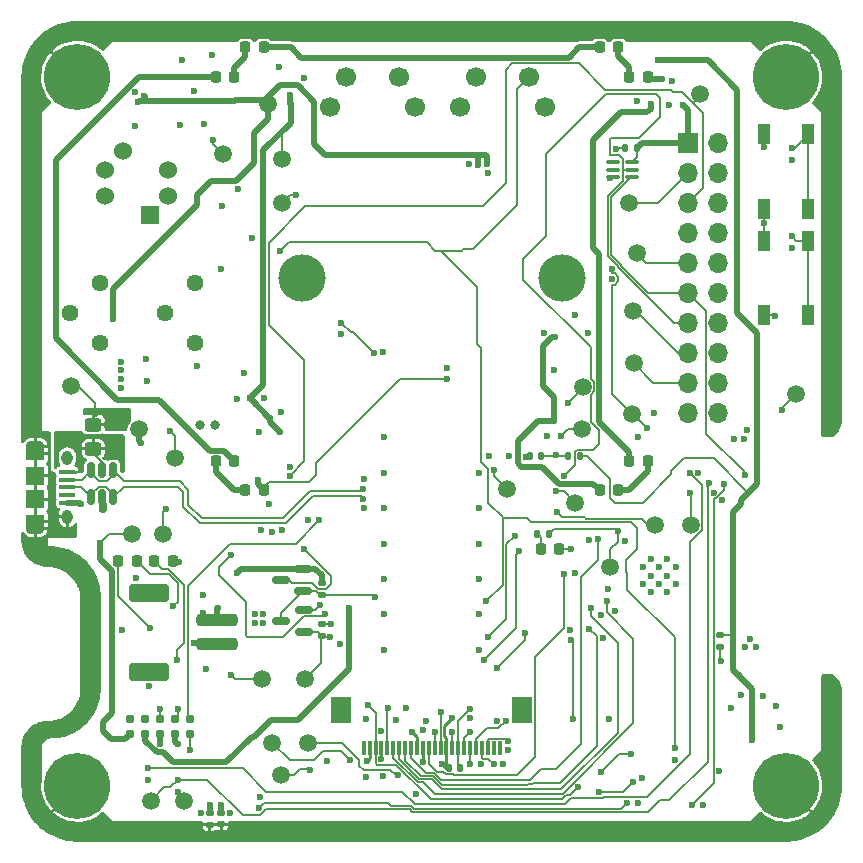
<source format=gtl>
%TF.GenerationSoftware,KiCad,Pcbnew,(6.0.10)*%
%TF.CreationDate,2023-01-09T17:37:14-08:00*%
%TF.ProjectId,ai-camera,61692d63-616d-4657-9261-2e6b69636164,rev?*%
%TF.SameCoordinates,PX5a995c0PY2aea540*%
%TF.FileFunction,Copper,L1,Top*%
%TF.FilePolarity,Positive*%
%FSLAX46Y46*%
G04 Gerber Fmt 4.6, Leading zero omitted, Abs format (unit mm)*
G04 Created by KiCad (PCBNEW (6.0.10)) date 2023-01-09 17:37:14*
%MOMM*%
%LPD*%
G01*
G04 APERTURE LIST*
G04 Aperture macros list*
%AMRoundRect*
0 Rectangle with rounded corners*
0 $1 Rounding radius*
0 $2 $3 $4 $5 $6 $7 $8 $9 X,Y pos of 4 corners*
0 Add a 4 corners polygon primitive as box body*
4,1,4,$2,$3,$4,$5,$6,$7,$8,$9,$2,$3,0*
0 Add four circle primitives for the rounded corners*
1,1,$1+$1,$2,$3*
1,1,$1+$1,$4,$5*
1,1,$1+$1,$6,$7*
1,1,$1+$1,$8,$9*
0 Add four rect primitives between the rounded corners*
20,1,$1+$1,$2,$3,$4,$5,0*
20,1,$1+$1,$4,$5,$6,$7,0*
20,1,$1+$1,$6,$7,$8,$9,0*
20,1,$1+$1,$8,$9,$2,$3,0*%
G04 Aperture macros list end*
%TA.AperFunction,SMDPad,CuDef*%
%ADD10RoundRect,0.250000X-1.500000X0.250000X-1.500000X-0.250000X1.500000X-0.250000X1.500000X0.250000X0*%
%TD*%
%TA.AperFunction,SMDPad,CuDef*%
%ADD11RoundRect,0.250001X-1.449999X0.499999X-1.449999X-0.499999X1.449999X-0.499999X1.449999X0.499999X0*%
%TD*%
%TA.AperFunction,ConnectorPad*%
%ADD12C,5.600000*%
%TD*%
%TA.AperFunction,ComponentPad*%
%ADD13C,3.600000*%
%TD*%
%TA.AperFunction,SMDPad,CuDef*%
%ADD14C,1.500000*%
%TD*%
%TA.AperFunction,WasherPad*%
%ADD15C,4.000000*%
%TD*%
%TA.AperFunction,SMDPad,CuDef*%
%ADD16RoundRect,0.135000X-0.185000X0.135000X-0.185000X-0.135000X0.185000X-0.135000X0.185000X0.135000X0*%
%TD*%
%TA.AperFunction,SMDPad,CuDef*%
%ADD17R,1.000000X1.700000*%
%TD*%
%TA.AperFunction,SMDPad,CuDef*%
%ADD18RoundRect,0.250000X0.450000X-0.325000X0.450000X0.325000X-0.450000X0.325000X-0.450000X-0.325000X0*%
%TD*%
%TA.AperFunction,SMDPad,CuDef*%
%ADD19RoundRect,0.140000X0.140000X0.170000X-0.140000X0.170000X-0.140000X-0.170000X0.140000X-0.170000X0*%
%TD*%
%TA.AperFunction,SMDPad,CuDef*%
%ADD20RoundRect,0.218750X0.218750X0.256250X-0.218750X0.256250X-0.218750X-0.256250X0.218750X-0.256250X0*%
%TD*%
%TA.AperFunction,SMDPad,CuDef*%
%ADD21RoundRect,0.135000X-0.135000X-0.185000X0.135000X-0.185000X0.135000X0.185000X-0.135000X0.185000X0*%
%TD*%
%TA.AperFunction,SMDPad,CuDef*%
%ADD22RoundRect,0.218750X-0.218750X-0.256250X0.218750X-0.256250X0.218750X0.256250X-0.218750X0.256250X0*%
%TD*%
%TA.AperFunction,WasherPad*%
%ADD23C,1.700000*%
%TD*%
%TA.AperFunction,ComponentPad*%
%ADD24C,1.700000*%
%TD*%
%TA.AperFunction,SMDPad,CuDef*%
%ADD25RoundRect,0.140000X-0.140000X-0.170000X0.140000X-0.170000X0.140000X0.170000X-0.140000X0.170000X0*%
%TD*%
%TA.AperFunction,SMDPad,CuDef*%
%ADD26RoundRect,0.075000X0.512500X0.075000X-0.512500X0.075000X-0.512500X-0.075000X0.512500X-0.075000X0*%
%TD*%
%TA.AperFunction,SMDPad,CuDef*%
%ADD27RoundRect,0.150000X0.150000X-0.512500X0.150000X0.512500X-0.150000X0.512500X-0.150000X-0.512500X0*%
%TD*%
%TA.AperFunction,SMDPad,CuDef*%
%ADD28RoundRect,0.140000X-0.170000X0.140000X-0.170000X-0.140000X0.170000X-0.140000X0.170000X0.140000X0*%
%TD*%
%TA.AperFunction,ComponentPad*%
%ADD29C,1.440000*%
%TD*%
%TA.AperFunction,SMDPad,CuDef*%
%ADD30R,0.300000X1.300000*%
%TD*%
%TA.AperFunction,SMDPad,CuDef*%
%ADD31R,1.800000X2.200000*%
%TD*%
%TA.AperFunction,SMDPad,CuDef*%
%ADD32RoundRect,0.135000X0.185000X-0.135000X0.185000X0.135000X-0.185000X0.135000X-0.185000X-0.135000X0*%
%TD*%
%TA.AperFunction,ComponentPad*%
%ADD33C,0.800000*%
%TD*%
%TA.AperFunction,SMDPad,CuDef*%
%ADD34R,1.350000X0.400000*%
%TD*%
%TA.AperFunction,SMDPad,CuDef*%
%ADD35R,1.550000X1.500000*%
%TD*%
%TA.AperFunction,SMDPad,CuDef*%
%ADD36R,1.550000X1.200000*%
%TD*%
%TA.AperFunction,ComponentPad*%
%ADD37O,1.550000X0.890000*%
%TD*%
%TA.AperFunction,ComponentPad*%
%ADD38O,0.950000X1.250000*%
%TD*%
%TA.AperFunction,ComponentPad*%
%ADD39R,1.700000X1.700000*%
%TD*%
%TA.AperFunction,ComponentPad*%
%ADD40O,1.700000X1.700000*%
%TD*%
%TA.AperFunction,SMDPad,CuDef*%
%ADD41RoundRect,0.135000X0.135000X0.185000X-0.135000X0.185000X-0.135000X-0.185000X0.135000X-0.185000X0*%
%TD*%
%TA.AperFunction,SMDPad,CuDef*%
%ADD42RoundRect,0.150000X0.587500X0.150000X-0.587500X0.150000X-0.587500X-0.150000X0.587500X-0.150000X0*%
%TD*%
%TA.AperFunction,ComponentPad*%
%ADD43R,1.524000X1.524000*%
%TD*%
%TA.AperFunction,ComponentPad*%
%ADD44C,1.524000*%
%TD*%
%TA.AperFunction,ConnectorPad*%
%ADD45C,0.787400*%
%TD*%
%TA.AperFunction,ComponentPad*%
%ADD46C,0.600000*%
%TD*%
%TA.AperFunction,ViaPad*%
%ADD47C,0.600000*%
%TD*%
%TA.AperFunction,Conductor*%
%ADD48C,0.127000*%
%TD*%
%TA.AperFunction,Conductor*%
%ADD49C,0.500000*%
%TD*%
%TA.AperFunction,Conductor*%
%ADD50C,0.203200*%
%TD*%
%TA.AperFunction,Conductor*%
%ADD51C,0.250000*%
%TD*%
%TA.AperFunction,Conductor*%
%ADD52C,0.200000*%
%TD*%
G04 APERTURE END LIST*
D10*
X16850000Y-51000000D03*
X16850000Y-53000000D03*
D11*
X11100000Y-55350000D03*
X11100000Y-48650000D03*
D12*
X5000000Y-65000000D03*
D13*
X5000000Y-65000000D03*
D12*
X5000000Y-5000000D03*
D13*
X5000000Y-5000000D03*
D14*
X47750000Y-34775000D03*
D15*
X24000000Y-22000000D03*
X46000000Y-22000000D03*
D14*
X51736000Y-15668000D03*
D16*
X25675000Y-47865000D03*
X25675000Y-48885000D03*
D17*
X63100000Y-25150000D03*
X63100000Y-18850000D03*
X66900000Y-18850000D03*
X66900000Y-25150000D03*
D18*
X6350000Y-36475000D03*
X6350000Y-34425000D03*
D19*
X37430000Y-63525000D03*
X36470000Y-63525000D03*
D20*
X45787500Y-45000000D03*
X44212500Y-45000000D03*
D21*
X46570000Y-37100000D03*
X47590000Y-37100000D03*
D22*
X8437500Y-46000000D03*
X10012500Y-46000000D03*
D14*
X12230000Y-43670000D03*
X22350000Y-11950000D03*
D22*
X16712500Y-37500000D03*
X18287500Y-37500000D03*
D14*
X52100000Y-29250000D03*
X20670000Y-55980000D03*
X47825000Y-31225000D03*
X11200000Y-66290000D03*
X10250000Y-34840000D03*
D23*
X26400000Y-7500000D03*
X33600000Y-7500000D03*
D24*
X32250000Y-5000000D03*
X27750000Y-5000000D03*
D14*
X14025000Y-66275000D03*
D22*
X51712500Y-37500000D03*
X53287500Y-37500000D03*
D14*
X51975000Y-33550000D03*
D25*
X43330000Y-37100000D03*
X44290000Y-37100000D03*
D22*
X19212500Y-2500000D03*
X20787500Y-2500000D03*
D26*
X51967500Y-13500000D03*
X51967500Y-12850000D03*
X51967500Y-12200000D03*
X50392500Y-12200000D03*
X50392500Y-12850000D03*
X50392500Y-13500000D03*
D20*
X20787500Y-40000000D03*
X19212500Y-40000000D03*
D22*
X11487500Y-46000000D03*
X13062500Y-46000000D03*
D14*
X21500000Y-61350000D03*
D19*
X52360000Y-11050000D03*
X51400000Y-11050000D03*
D27*
X6150000Y-40587500D03*
X7100000Y-40587500D03*
X8050000Y-40587500D03*
X8050000Y-38312500D03*
X7100000Y-38312500D03*
X6150000Y-38312500D03*
D28*
X17200000Y-67300000D03*
X17200000Y-68260000D03*
D29*
X14940000Y-22460000D03*
X12400000Y-25000000D03*
X14940000Y-27540000D03*
D30*
X40750000Y-61850000D03*
X40250000Y-61850000D03*
X39750000Y-61850000D03*
X39250000Y-61850000D03*
X38750000Y-61850000D03*
X38250000Y-61850000D03*
X37750000Y-61850000D03*
X37250000Y-61850000D03*
X36750000Y-61850000D03*
X36250000Y-61850000D03*
X35750000Y-61850000D03*
X35250000Y-61850000D03*
X34750000Y-61850000D03*
X34250000Y-61850000D03*
X33750000Y-61850000D03*
X33250000Y-61850000D03*
X32750000Y-61850000D03*
X32250000Y-61850000D03*
X31750000Y-61850000D03*
X31250000Y-61850000D03*
X30750000Y-61850000D03*
X30250000Y-61850000D03*
X29750000Y-61850000D03*
X29250000Y-61850000D03*
D31*
X42650000Y-58600000D03*
X27350000Y-58600000D03*
D14*
X53910000Y-42900000D03*
X9600000Y-43680000D03*
X24550000Y-61350000D03*
X13275000Y-37300000D03*
X22210000Y-64110000D03*
D22*
X49212500Y-2500000D03*
X50787500Y-2500000D03*
D14*
X24290000Y-55970000D03*
X57720000Y-6440000D03*
X41340000Y-39850000D03*
D32*
X16200000Y-68310000D03*
X16200000Y-67290000D03*
D14*
X47150000Y-41075000D03*
X52350000Y-19925000D03*
X4420000Y-31130000D03*
D22*
X51712500Y-5000000D03*
X53287500Y-5000000D03*
D23*
X44600000Y-7500000D03*
X37400000Y-7500000D03*
D24*
X43250000Y-5000000D03*
X38750000Y-5000000D03*
D17*
X63100000Y-9850000D03*
X63100000Y-16150000D03*
X66900000Y-16150000D03*
X66900000Y-9850000D03*
D14*
X52025000Y-24825000D03*
D33*
X15375000Y-34500000D03*
X16625000Y-34500000D03*
D34*
X4150000Y-38450000D03*
X4150000Y-39100000D03*
X4150000Y-39750000D03*
X4150000Y-40400000D03*
X4150000Y-41050000D03*
D35*
X1450000Y-38750000D03*
D36*
X1450000Y-42650000D03*
D35*
X1450000Y-40750000D03*
D37*
X1450000Y-36250000D03*
D38*
X4150000Y-42250000D03*
D36*
X1450000Y-36850000D03*
D38*
X4150000Y-37250000D03*
D37*
X1450000Y-43250000D03*
D14*
X65840000Y-31810000D03*
D22*
X16712500Y-5000000D03*
X18287500Y-5000000D03*
D29*
X6940000Y-22460000D03*
X4400000Y-25000000D03*
X6940000Y-27540000D03*
D13*
X65000000Y-5000000D03*
D12*
X65000000Y-5000000D03*
D39*
X56725000Y-10575000D03*
D40*
X59265000Y-10575000D03*
X56725000Y-13115000D03*
X59265000Y-13115000D03*
X56725000Y-15655000D03*
X59265000Y-15655000D03*
X56725000Y-18195000D03*
X59265000Y-18195000D03*
X56725000Y-20735000D03*
X59265000Y-20735000D03*
X56725000Y-23275000D03*
X59265000Y-23275000D03*
X56725000Y-25815000D03*
X59265000Y-25815000D03*
X56725000Y-28355000D03*
X59265000Y-28355000D03*
X56725000Y-30895000D03*
X59265000Y-30895000D03*
X56725000Y-33435000D03*
X59265000Y-33435000D03*
D41*
X44960000Y-43675000D03*
X43940000Y-43675000D03*
D14*
X22340000Y-15630000D03*
D20*
X50787500Y-40000000D03*
X49212500Y-40000000D03*
D42*
X24150000Y-52025000D03*
X24150000Y-50125000D03*
X22275000Y-51075000D03*
D14*
X50120000Y-46470000D03*
D13*
X65000000Y-65000000D03*
D12*
X65000000Y-65000000D03*
D16*
X25700000Y-51340000D03*
X25700000Y-52360000D03*
D42*
X24137500Y-48550000D03*
X24137500Y-46650000D03*
X22262500Y-47600000D03*
D14*
X56940000Y-42960000D03*
D32*
X59380000Y-53240000D03*
X59380000Y-52220000D03*
D14*
X21150000Y-7250000D03*
D43*
X11123152Y-16691848D03*
D44*
X12700000Y-15115000D03*
X12700000Y-12885000D03*
X8876848Y-11308152D03*
X7300000Y-12885000D03*
X7300000Y-15115000D03*
D14*
X17370000Y-11550000D03*
D45*
X9460000Y-60635000D03*
X10730000Y-60635000D03*
X12000000Y-60635000D03*
X13270000Y-60635000D03*
X14540000Y-60635000D03*
X14540000Y-59365000D03*
X13270000Y-59365000D03*
X12000000Y-59365000D03*
X10730000Y-59365000D03*
X9460000Y-59365000D03*
D46*
X54960000Y-47230000D03*
X54960000Y-48630000D03*
X54260000Y-47930000D03*
X54960000Y-45830000D03*
X52860000Y-47930000D03*
X55660000Y-47930000D03*
X52860000Y-46530000D03*
X54260000Y-46530000D03*
X53560000Y-45830000D03*
X53560000Y-47230000D03*
X55660000Y-46530000D03*
X53560000Y-48630000D03*
D47*
X16880000Y-49920000D03*
X11133195Y-51630663D03*
X14850000Y-52940000D03*
X13420000Y-54350000D03*
X9960000Y-47430000D03*
X13110000Y-49800000D03*
X13640000Y-46070000D03*
X11070000Y-56526500D03*
X27350000Y-26750000D03*
X34500000Y-59500000D03*
X15910000Y-55100000D03*
X16407500Y-3167500D03*
X61450000Y-35650000D03*
X46820000Y-44990000D03*
X9875000Y-6300000D03*
X64170000Y-58270000D03*
X22290000Y-43340000D03*
X49968517Y-48351483D03*
X20750000Y-51250000D03*
X29404162Y-64228100D03*
X44740000Y-35360000D03*
X48343931Y-44185097D03*
X20000000Y-51250000D03*
X36750000Y-59250000D03*
X8710000Y-30540000D03*
X46700000Y-51840000D03*
X33670000Y-65706998D03*
X63140000Y-10970000D03*
X17950000Y-67300000D03*
X23500000Y-14975000D03*
X52400000Y-7010000D03*
X21500000Y-43500000D03*
X7110000Y-41600000D03*
X31000000Y-41500000D03*
X41553500Y-37100000D03*
X41000000Y-63200000D03*
X27200000Y-53000000D03*
X61980000Y-52620000D03*
X29491767Y-62926137D03*
X58873501Y-40184986D03*
X8690000Y-31350000D03*
X38180000Y-12380000D03*
X34230000Y-60310000D03*
X18640000Y-14460000D03*
X47167739Y-46980000D03*
X31990001Y-59430001D03*
X30900000Y-28270000D03*
X65500000Y-12000000D03*
X13690000Y-9100000D03*
X30740000Y-60384672D03*
X52460000Y-35450000D03*
X29250000Y-39000000D03*
X31000000Y-47500000D03*
X26440000Y-51330000D03*
X52775000Y-64350000D03*
X49300000Y-50590000D03*
X50610000Y-11110000D03*
X20547039Y-43332961D03*
X15170397Y-29448819D03*
X48223500Y-26660000D03*
X18520000Y-32270000D03*
X31000000Y-44500000D03*
X60610000Y-35650000D03*
X39000000Y-41500000D03*
X61710000Y-34890000D03*
X63080000Y-57450000D03*
X59350000Y-63790735D03*
X51350000Y-44325000D03*
X45950000Y-35360000D03*
X31000000Y-50500000D03*
X61220000Y-57330000D03*
X25530000Y-49720000D03*
X47140000Y-25130000D03*
X13500000Y-65500000D03*
X49465000Y-52470000D03*
X31000000Y-53500000D03*
X55310000Y-5340000D03*
X56860000Y-40260000D03*
X23000000Y-38000000D03*
X14850000Y-6190000D03*
X45330000Y-29816502D03*
X52500000Y-66485000D03*
X39000000Y-53500000D03*
X31000000Y-38500000D03*
X35860000Y-63210000D03*
X9890000Y-9120000D03*
X42956500Y-37178949D03*
X39000000Y-44500000D03*
X17200000Y-66650000D03*
X19790000Y-18620000D03*
X8730000Y-29820000D03*
X8680000Y-29090000D03*
X39000000Y-47500000D03*
X64630000Y-33200000D03*
X50525000Y-50250000D03*
X21250000Y-41190000D03*
X24223500Y-5125000D03*
X38997694Y-38502130D03*
X17190000Y-21270000D03*
X15450000Y-67300000D03*
X29440000Y-59380000D03*
X55575000Y-62825000D03*
X15710000Y-8980000D03*
X20000000Y-50500000D03*
X41500000Y-62000000D03*
X62450000Y-53230000D03*
X12000000Y-61500000D03*
X55050000Y-7370000D03*
X13500000Y-61500000D03*
X12850000Y-35000000D03*
X65500000Y-19500000D03*
X20750000Y-50500000D03*
X39000000Y-50500000D03*
X19090000Y-30100000D03*
X36290000Y-29600000D03*
X44480000Y-26640000D03*
X32840000Y-58460000D03*
X24500000Y-42500000D03*
X10792309Y-28853500D03*
X60370000Y-58420000D03*
X64040000Y-25250000D03*
X39140000Y-63200000D03*
X5300000Y-41120000D03*
X13850000Y-3550000D03*
X30898688Y-64178100D03*
X20400000Y-35025000D03*
X53853500Y-33463759D03*
X38250000Y-59273497D03*
X8780000Y-51840000D03*
X57930000Y-66680000D03*
X11000000Y-64500000D03*
X31000000Y-35500000D03*
X22225000Y-33350000D03*
X17250000Y-15890000D03*
X39730000Y-13090000D03*
X20825000Y-32200000D03*
X15625000Y-48850000D03*
X10920000Y-30720000D03*
X49970000Y-59360000D03*
X61530000Y-53240000D03*
X24690000Y-63700000D03*
X16200000Y-66650000D03*
X64487498Y-60007498D03*
X15650000Y-50425000D03*
X57585000Y-38500000D03*
X40508609Y-59508609D03*
X22090935Y-4165781D03*
X50301500Y-22100000D03*
X39838983Y-37121017D03*
X63100000Y-17400000D03*
X20500000Y-66000000D03*
X26160000Y-62900000D03*
X50096500Y-13540000D03*
X12500000Y-41600000D03*
X29250000Y-41500000D03*
X59598237Y-40846180D03*
X68000000Y-67000000D03*
X69000000Y-65000000D03*
X42000000Y-69000000D03*
X69000000Y-56000000D03*
X1000000Y-11000000D03*
X44000000Y-1000000D03*
X59000000Y-1000000D03*
X6000000Y-50000000D03*
X6000000Y-56000000D03*
X69000000Y-5000000D03*
X48000000Y-69000000D03*
X62000000Y-1000000D03*
X56000000Y-1000000D03*
X1000000Y-62000000D03*
X51000000Y-69000000D03*
X6000000Y-69000000D03*
X69000000Y-29000000D03*
X69000000Y-20000000D03*
X8000000Y-1000000D03*
X2500000Y-68000000D03*
X26000000Y-1000000D03*
X12000000Y-69000000D03*
X36000000Y-69000000D03*
X2000000Y-45000000D03*
X53000000Y-1000000D03*
X60000000Y-69000000D03*
X27000000Y-69000000D03*
X32000000Y-1000000D03*
X65000000Y-1000000D03*
X69000000Y-32000000D03*
X14000000Y-1000000D03*
X1000000Y-26000000D03*
X69000000Y-59000000D03*
X69000000Y-17000000D03*
X9000000Y-69000000D03*
X69000000Y-23000000D03*
X3000000Y-60000000D03*
X41000000Y-1000000D03*
X1000000Y-29000000D03*
X69000000Y-26000000D03*
X2500000Y-2500000D03*
X15000000Y-69000000D03*
X66000000Y-69000000D03*
X67500000Y-2500000D03*
X45000000Y-69000000D03*
X5000000Y-47000000D03*
X69000000Y-11000000D03*
X69000000Y-14000000D03*
X57000000Y-69000000D03*
X1000000Y-17000000D03*
X6000000Y-53000000D03*
X1000000Y-23000000D03*
X1000000Y-32000000D03*
X38000000Y-1000000D03*
X21000000Y-69000000D03*
X33000000Y-69000000D03*
X39000000Y-69000000D03*
X18000000Y-69000000D03*
X69000000Y-8000000D03*
X20000000Y-1000000D03*
X24000000Y-69000000D03*
X69000000Y-62000000D03*
X1000000Y-5000000D03*
X47000000Y-1000000D03*
X1000000Y-8000000D03*
X54000000Y-69000000D03*
X69000000Y-35000000D03*
X11000000Y-1000000D03*
X29000000Y-1000000D03*
X17000000Y-1000000D03*
X5000000Y-1000000D03*
X30000000Y-69000000D03*
X1000000Y-14000000D03*
X23000000Y-1000000D03*
X1000000Y-20000000D03*
X1000000Y-65000000D03*
X63000000Y-69000000D03*
X35000000Y-1000000D03*
X50000000Y-1000000D03*
X39720000Y-12360000D03*
X38950000Y-12450000D03*
X18500000Y-47000000D03*
X7980000Y-25520000D03*
X10664854Y-6589854D03*
X10152354Y-7102354D03*
X10350000Y-35950000D03*
X16500000Y-10300000D03*
X18000000Y-45500000D03*
X21350000Y-33875000D03*
X28000000Y-51000000D03*
X22175000Y-35075000D03*
X61048292Y-55617256D03*
X23040000Y-6530000D03*
X54200000Y-3590000D03*
X26000000Y-50500000D03*
X54860000Y-3600000D03*
X23050000Y-7260000D03*
X19575000Y-32200000D03*
X56270000Y-7370000D03*
X28000000Y-50000000D03*
X20125000Y-32725000D03*
X34260000Y-62990000D03*
X62100000Y-61150000D03*
X60500000Y-52000000D03*
X45500000Y-37000000D03*
X25500000Y-42500000D03*
X65500000Y-18500000D03*
X23000000Y-38771900D03*
X14500000Y-62000000D03*
X59480000Y-54410000D03*
X20403517Y-66903517D03*
X51500000Y-66485000D03*
X65500000Y-11000000D03*
X50301500Y-21230000D03*
X53240000Y-34760000D03*
X30749999Y-62743728D03*
X28120000Y-62840000D03*
X32150000Y-64090000D03*
X33340000Y-60433500D03*
X38250000Y-58500000D03*
X7500000Y-33500000D03*
X7500000Y-34500000D03*
X6500000Y-33500000D03*
X6940000Y-44430000D03*
X29180000Y-39865000D03*
X29180000Y-40715000D03*
X13500000Y-58500000D03*
X13500000Y-64500000D03*
X58446490Y-39395027D03*
X56858497Y-38500000D03*
X12000000Y-58500000D03*
X11000000Y-63500000D03*
X41500000Y-61250000D03*
X40250000Y-63200000D03*
X41250000Y-59500000D03*
X38260000Y-63200000D03*
X38250000Y-60500000D03*
X36750000Y-60500000D03*
X35750000Y-58750000D03*
X35250000Y-60500000D03*
X46230303Y-47112662D03*
X49070000Y-44160000D03*
X48348630Y-51743812D03*
X48450000Y-49930000D03*
X49830000Y-49330000D03*
X42920000Y-52070000D03*
X46760000Y-52640000D03*
X46990000Y-59360000D03*
X31280000Y-58390000D03*
X61500000Y-38690000D03*
X40550000Y-55080000D03*
X47411483Y-65081483D03*
X39430000Y-54330000D03*
X29580000Y-58150000D03*
X46190000Y-38763500D03*
X42430000Y-45170000D03*
X54540000Y-5170000D03*
X53530000Y-7270000D03*
X45433517Y-26986483D03*
X45350000Y-34090000D03*
X36280000Y-30570000D03*
X20260000Y-39120000D03*
X49325000Y-63825000D03*
X51850000Y-62325000D03*
X52075000Y-64650000D03*
X49175000Y-65525000D03*
X22140000Y-19772599D03*
X30200000Y-49000000D03*
X55600000Y-61800000D03*
X39600000Y-49400000D03*
X39800000Y-52400000D03*
X42040000Y-43860000D03*
X26400000Y-52400000D03*
X57000000Y-66620000D03*
X18020000Y-55640000D03*
X59775000Y-39450000D03*
X40280000Y-38280000D03*
X45580000Y-41800000D03*
X50750000Y-43450000D03*
X45550000Y-40090000D03*
X27360000Y-25840000D03*
X30090000Y-28340000D03*
X46540000Y-32640000D03*
X24175000Y-44950000D03*
D48*
X17930000Y-44500000D02*
X23500000Y-44500000D01*
D49*
X15950000Y-53000000D02*
X15890000Y-52940000D01*
D48*
X14360000Y-48070000D02*
X17930000Y-44500000D01*
X23500000Y-44500000D02*
X25500000Y-42500000D01*
X14540000Y-59365000D02*
X14360000Y-59185000D01*
D49*
X15890000Y-52940000D02*
X14850000Y-52940000D01*
D48*
X14360000Y-59185000D02*
X14360000Y-48070000D01*
D49*
X16850000Y-51000000D02*
X16850000Y-49950000D01*
X16850000Y-49950000D02*
X16880000Y-49920000D01*
X16712500Y-5000000D02*
X10218284Y-5000000D01*
X10218284Y-5000000D02*
X3150000Y-12068284D01*
X8360000Y-32330000D02*
X11928982Y-32330000D01*
X3150000Y-12068284D02*
X3150000Y-27120000D01*
X3150000Y-27120000D02*
X8360000Y-32330000D01*
X11928982Y-32330000D02*
X16246982Y-36648000D01*
X16246982Y-36648000D02*
X17435500Y-36648000D01*
X17435500Y-36648000D02*
X18287500Y-37500000D01*
X9460000Y-60635000D02*
X9066301Y-61028699D01*
X7920000Y-58862431D02*
X7920000Y-46800018D01*
X9066301Y-61028699D02*
X7811130Y-61028699D01*
X7811130Y-61028699D02*
X7194699Y-60412268D01*
X6940000Y-45820018D02*
X6940000Y-44430000D01*
X7194699Y-60412268D02*
X7194699Y-59587732D01*
X7194699Y-59587732D02*
X7920000Y-58862431D01*
X7920000Y-46800018D02*
X6940000Y-45820018D01*
D50*
X7690000Y-43680000D02*
X6940000Y-44430000D01*
X9600000Y-43680000D02*
X7690000Y-43680000D01*
D48*
X13132500Y-46070000D02*
X13640000Y-46070000D01*
X8437500Y-46000000D02*
X8437500Y-48934968D01*
X8437500Y-48934968D02*
X11133195Y-51630663D01*
X13480000Y-47808504D02*
X13480000Y-49430000D01*
X10012500Y-46000000D02*
X11132500Y-47120000D01*
X13420000Y-53540000D02*
X13420000Y-54350000D01*
X13480000Y-49430000D02*
X13110000Y-49800000D01*
X13420000Y-53540000D02*
X14040000Y-52920000D01*
X12695500Y-46665500D02*
X14040000Y-48010000D01*
X14040000Y-48010000D02*
X14040000Y-52920000D01*
X11487500Y-46000000D02*
X12153000Y-46665500D01*
X11132500Y-47120000D02*
X12791496Y-47120000D01*
X12153000Y-46665500D02*
X12695500Y-46665500D01*
X12791496Y-47120000D02*
X13480000Y-47808504D01*
X51400000Y-11050000D02*
X50670000Y-11050000D01*
X23830000Y-63560000D02*
X24550000Y-63560000D01*
X23330000Y-64060000D02*
X23830000Y-63560000D01*
D49*
X13270000Y-60635000D02*
X13270000Y-61270000D01*
D51*
X36250000Y-61850000D02*
X36250000Y-63305000D01*
D48*
X22340000Y-15630000D02*
X22995000Y-14975000D01*
X63100000Y-10930000D02*
X63140000Y-10970000D01*
D49*
X7100000Y-41045291D02*
X7100000Y-40587500D01*
D48*
X46810000Y-45000000D02*
X46820000Y-44990000D01*
D49*
X7100000Y-40587500D02*
X7100000Y-41630000D01*
D48*
X56940000Y-42960000D02*
X56940000Y-40340000D01*
X63100000Y-25150000D02*
X63940000Y-25150000D01*
D49*
X7100000Y-41630000D02*
X7110000Y-41640000D01*
X5230000Y-41050000D02*
X5300000Y-41120000D01*
D51*
X36175000Y-63525000D02*
X35860000Y-63210000D01*
D48*
X56940000Y-40340000D02*
X56860000Y-40260000D01*
D49*
X13270000Y-61270000D02*
X13500000Y-61500000D01*
D48*
X22995000Y-14975000D02*
X23500000Y-14975000D01*
X63100000Y-9850000D02*
X63100000Y-10930000D01*
D49*
X17200000Y-67300000D02*
X17200000Y-66650000D01*
D51*
X36750000Y-59250000D02*
X36070000Y-59930000D01*
D48*
X14025000Y-66025000D02*
X13500000Y-65500000D01*
X26430000Y-51340000D02*
X26440000Y-51330000D01*
X25700000Y-51340000D02*
X26430000Y-51340000D01*
D49*
X16200000Y-67290000D02*
X16200000Y-66650000D01*
D48*
X43330000Y-37100000D02*
X43035449Y-37100000D01*
D51*
X36250000Y-60950000D02*
X36250000Y-61850000D01*
D48*
X43035449Y-37100000D02*
X42956500Y-37178949D01*
D51*
X36250000Y-63305000D02*
X36470000Y-63525000D01*
D48*
X63940000Y-25150000D02*
X64040000Y-25250000D01*
X64630000Y-33020000D02*
X64630000Y-33200000D01*
X12230000Y-41870000D02*
X12230000Y-43670000D01*
X63100000Y-17400000D02*
X63100000Y-18850000D01*
D49*
X7100000Y-41045291D02*
X7223500Y-41168791D01*
X4150000Y-41050000D02*
X5230000Y-41050000D01*
D48*
X65840000Y-31810000D02*
X64630000Y-33020000D01*
X22420000Y-64060000D02*
X23330000Y-64060000D01*
D51*
X36070000Y-59930000D02*
X36070000Y-60770000D01*
D48*
X13275000Y-37300000D02*
X13275000Y-35425000D01*
X13275000Y-35425000D02*
X12850000Y-35000000D01*
D51*
X29750000Y-62667904D02*
X29491767Y-62926137D01*
D48*
X47750000Y-34775000D02*
X46535000Y-34775000D01*
X25125000Y-50125000D02*
X25530000Y-49720000D01*
D51*
X29750000Y-61850000D02*
X29750000Y-62667904D01*
D49*
X7100000Y-41590000D02*
X7110000Y-41600000D01*
D48*
X46535000Y-34775000D02*
X45950000Y-35360000D01*
X24150000Y-50125000D02*
X25125000Y-50125000D01*
D51*
X36070000Y-60770000D02*
X36250000Y-60950000D01*
D48*
X45787500Y-45000000D02*
X46810000Y-45000000D01*
X24550000Y-63560000D02*
X24690000Y-63700000D01*
D51*
X36470000Y-63525000D02*
X36175000Y-63525000D01*
D48*
X50670000Y-11050000D02*
X50610000Y-11110000D01*
D49*
X7100000Y-41045291D02*
X7100000Y-41590000D01*
X7223500Y-41168791D02*
X7223500Y-41661737D01*
X12000000Y-60635000D02*
X12000000Y-61500000D01*
D48*
X12500000Y-41600000D02*
X12230000Y-41870000D01*
X63100000Y-16150000D02*
X63100000Y-17400000D01*
D49*
X19980000Y-9720000D02*
X19980000Y-12290000D01*
X25060000Y-7130000D02*
X25060000Y-10670000D01*
X18325000Y-7025000D02*
X18325000Y-6975000D01*
X16340000Y-13800000D02*
X15130000Y-15010000D01*
X25675000Y-47175000D02*
X25675000Y-47865000D01*
X10700000Y-7025000D02*
X18325000Y-7025000D01*
X15130000Y-15821393D02*
X7980000Y-22971393D01*
X38910000Y-12410000D02*
X38950000Y-12450000D01*
X21150000Y-7250000D02*
X21150000Y-8550000D01*
X18850000Y-46650000D02*
X24137500Y-46650000D01*
X10229708Y-7025000D02*
X10700000Y-7025000D01*
X38910000Y-11610000D02*
X39590000Y-11610000D01*
X7980000Y-22971393D02*
X7980000Y-25520000D01*
X10700000Y-6625000D02*
X10700000Y-7025000D01*
X39720000Y-11740000D02*
X39590000Y-11610000D01*
X24137500Y-46650000D02*
X25150000Y-46650000D01*
X26000000Y-11610000D02*
X38910000Y-11610000D01*
X39720000Y-12360000D02*
X39720000Y-11740000D01*
X18470000Y-13800000D02*
X16340000Y-13800000D01*
X23650000Y-5720000D02*
X25060000Y-7130000D01*
X25060000Y-10670000D02*
X26000000Y-11610000D01*
X25150000Y-46650000D02*
X25675000Y-47175000D01*
X10664854Y-6589854D02*
X10700000Y-6625000D01*
X15130000Y-15010000D02*
X15130000Y-15821393D01*
X18325000Y-6975000D02*
X20875000Y-6975000D01*
X38910000Y-11610000D02*
X38910000Y-12410000D01*
X21150000Y-8550000D02*
X19980000Y-9720000D01*
X21080000Y-6770000D02*
X22130000Y-5720000D01*
X19980000Y-12290000D02*
X18470000Y-13800000D01*
X22130000Y-5720000D02*
X23650000Y-5720000D01*
X18500000Y-47000000D02*
X18850000Y-46650000D01*
X10152354Y-7102354D02*
X10229708Y-7025000D01*
X10250000Y-35850000D02*
X10350000Y-35950000D01*
X10250000Y-34840000D02*
X10250000Y-35850000D01*
D48*
X17370000Y-11550000D02*
X16500000Y-10680000D01*
X16500000Y-10680000D02*
X16500000Y-10300000D01*
D50*
X52860000Y-41040000D02*
X55270000Y-38630000D01*
X52360000Y-11807500D02*
X51967500Y-12200000D01*
X55270000Y-38360000D02*
X56350000Y-37280000D01*
X22400000Y-52400000D02*
X19400000Y-52400000D01*
D49*
X53065000Y-10575000D02*
X56725000Y-10575000D01*
X62520000Y-39450000D02*
X62520000Y-26660000D01*
D50*
X26000000Y-50500000D02*
X25846400Y-50653600D01*
D49*
X60870000Y-6090000D02*
X58380000Y-3600000D01*
D50*
X59380000Y-52220000D02*
X60280000Y-52220000D01*
D49*
X19575000Y-32200000D02*
X21250000Y-33875000D01*
X21375000Y-59425000D02*
X23715000Y-59425000D01*
X28000000Y-55140000D02*
X28000000Y-51000000D01*
X23040000Y-6530000D02*
X23040000Y-7250000D01*
X54200000Y-3590000D02*
X54850000Y-3590000D01*
D50*
X25846400Y-50653600D02*
X24146400Y-50653600D01*
X52360000Y-11050000D02*
X52360000Y-11807500D01*
D49*
X62100000Y-56850000D02*
X62100000Y-61150000D01*
X62520000Y-26660000D02*
X60870000Y-25010000D01*
D50*
X22350000Y-9580000D02*
X20723000Y-11207000D01*
X22350000Y-11950000D02*
X22350000Y-9580000D01*
D49*
X21350000Y-33875000D02*
X21350000Y-34250000D01*
X61180000Y-41160000D02*
X61180000Y-40790000D01*
X52835000Y-10575000D02*
X52360000Y-11050000D01*
D51*
X34250000Y-61850000D02*
X34250000Y-62980000D01*
D49*
X56725000Y-10575000D02*
X56725000Y-7825000D01*
X56725000Y-7825000D02*
X56270000Y-7370000D01*
D50*
X55270000Y-38630000D02*
X55270000Y-38360000D01*
D49*
X61785000Y-40185000D02*
X62520000Y-39450000D01*
D51*
X34250000Y-62980000D02*
X34260000Y-62990000D01*
D49*
X20723000Y-31052000D02*
X19575000Y-32200000D01*
X60500000Y-55250000D02*
X62100000Y-56850000D01*
D50*
X24146400Y-50653600D02*
X22400000Y-52400000D01*
D49*
X21250000Y-33875000D02*
X21350000Y-33875000D01*
X20100000Y-32725000D02*
X20125000Y-32725000D01*
X54850000Y-3590000D02*
X54860000Y-3600000D01*
D50*
X50121400Y-39041400D02*
X50121400Y-40661400D01*
D49*
X19775000Y-60850000D02*
X19950000Y-60850000D01*
X23050000Y-7260000D02*
X23050000Y-8880000D01*
X60500000Y-52000000D02*
X60500000Y-41840000D01*
X10730000Y-60635000D02*
X10730000Y-61191775D01*
D50*
X50121400Y-40661400D02*
X50500000Y-41040000D01*
D49*
X10730000Y-61191775D02*
X11714725Y-62176500D01*
D50*
X56350000Y-37280000D02*
X58880000Y-37280000D01*
X48180000Y-37100000D02*
X50121400Y-39041400D01*
X47590000Y-37100000D02*
X48180000Y-37100000D01*
X17000000Y-46500000D02*
X18000000Y-45500000D01*
X19270000Y-52270000D02*
X19270000Y-49470000D01*
D49*
X13095000Y-63000000D02*
X17625000Y-63000000D01*
X61180000Y-40790000D02*
X61785000Y-40185000D01*
X53065000Y-10575000D02*
X52835000Y-10575000D01*
D50*
X58880000Y-37280000D02*
X61785000Y-40185000D01*
D49*
X23715000Y-59425000D02*
X28000000Y-55140000D01*
X11714725Y-62176500D02*
X12271500Y-62176500D01*
X21350000Y-34250000D02*
X22175000Y-35075000D01*
X28000000Y-50000000D02*
X28000000Y-51000000D01*
X19575000Y-32200000D02*
X20100000Y-32725000D01*
D50*
X19400000Y-52400000D02*
X19270000Y-52270000D01*
D49*
X23040000Y-7250000D02*
X23050000Y-7260000D01*
X60500000Y-41840000D02*
X61180000Y-41160000D01*
X60500000Y-52000000D02*
X60500000Y-55250000D01*
D50*
X50500000Y-41040000D02*
X52860000Y-41040000D01*
D49*
X60870000Y-25010000D02*
X60870000Y-6090000D01*
X19950000Y-60850000D02*
X21375000Y-59425000D01*
X12271500Y-62176500D02*
X13095000Y-63000000D01*
D50*
X19270000Y-49470000D02*
X17000000Y-47200000D01*
D49*
X20723000Y-11207000D02*
X20723000Y-31052000D01*
D50*
X17000000Y-47200000D02*
X17000000Y-46500000D01*
D49*
X58380000Y-3600000D02*
X54860000Y-3600000D01*
D50*
X60280000Y-52220000D02*
X60500000Y-52000000D01*
D49*
X23050000Y-8880000D02*
X20723000Y-11207000D01*
X17625000Y-63000000D02*
X19775000Y-60850000D01*
D48*
X65500000Y-18500000D02*
X65850000Y-18850000D01*
X56725000Y-15655000D02*
X58010000Y-14370000D01*
X49655500Y-6065500D02*
X47440001Y-3850001D01*
X41270000Y-4420002D02*
X41270000Y-14000000D01*
X57720000Y-6530000D02*
X57085000Y-7165000D01*
X45600000Y-37100000D02*
X45500000Y-37000000D01*
X46570000Y-37100000D02*
X45600000Y-37100000D01*
X21210000Y-25990000D02*
X24220000Y-29000000D01*
X45400000Y-37100000D02*
X45500000Y-37000000D01*
X39320000Y-15950000D02*
X24290000Y-15950000D01*
X66900000Y-18850000D02*
X66900000Y-25150000D01*
X24220000Y-29000000D02*
X24220000Y-37551900D01*
X41840001Y-3850001D02*
X41270000Y-4420002D01*
X24220000Y-37551900D02*
X23000000Y-38771900D01*
X24290000Y-15950000D02*
X21210000Y-19030000D01*
X65850000Y-18850000D02*
X66900000Y-18850000D01*
X47440001Y-3850001D02*
X41840001Y-3850001D01*
X58010000Y-14370000D02*
X58010000Y-8090000D01*
X57085000Y-7165000D02*
X56160000Y-6240000D01*
X21210000Y-19030000D02*
X21210000Y-25990000D01*
X58010000Y-8090000D02*
X57085000Y-7165000D01*
X55234500Y-6065500D02*
X49655500Y-6065500D01*
X44290000Y-37100000D02*
X45400000Y-37100000D01*
X41270000Y-14000000D02*
X39320000Y-15950000D01*
X55409000Y-6240000D02*
X55234500Y-6065500D01*
X56160000Y-6240000D02*
X55409000Y-6240000D01*
X54172000Y-15668000D02*
X51736000Y-15668000D01*
X31300000Y-66500000D02*
X31525000Y-66725000D01*
X33237035Y-66725000D02*
X33467035Y-66955000D01*
X59380000Y-53240000D02*
X59380000Y-54310000D01*
X56725000Y-13115000D02*
X54172000Y-15668000D01*
X14540000Y-61960000D02*
X14500000Y-62000000D01*
X31525000Y-66725000D02*
X33237035Y-66725000D01*
X33872965Y-66955000D02*
X33877965Y-66950000D01*
X33877965Y-66950000D02*
X51035000Y-66950000D01*
X66900000Y-9850000D02*
X66900000Y-16150000D01*
X51035000Y-66950000D02*
X51500000Y-66485000D01*
X20807034Y-66500000D02*
X31300000Y-66500000D01*
X65750000Y-11000000D02*
X65500000Y-11000000D01*
X66900000Y-9850000D02*
X65750000Y-11000000D01*
X20403517Y-66903517D02*
X20807034Y-66500000D01*
X14540000Y-60635000D02*
X14540000Y-61960000D01*
X33467035Y-66955000D02*
X33872965Y-66955000D01*
X59380000Y-54310000D02*
X59480000Y-54410000D01*
X50504465Y-21610000D02*
X50306500Y-21610000D01*
X50791500Y-21897035D02*
X50504465Y-21610000D01*
X50306500Y-21235000D02*
X50301500Y-21230000D01*
X50504465Y-22590000D02*
X50791500Y-22302965D01*
X53240000Y-34760000D02*
X50306500Y-31826500D01*
X50791500Y-22302965D02*
X50791500Y-21897035D01*
X50306500Y-22590000D02*
X50504465Y-22590000D01*
X50306500Y-21610000D02*
X50306500Y-21235000D01*
X50306500Y-31826500D02*
X50306500Y-22590000D01*
D50*
X25800000Y-62070000D02*
X27320000Y-62070000D01*
X25030000Y-62840000D02*
X25800000Y-62070000D01*
X22990000Y-62840000D02*
X25030000Y-62840000D01*
X28090000Y-62840000D02*
X28120000Y-62840000D01*
X21500000Y-61350000D02*
X22990000Y-62840000D01*
D51*
X30749999Y-62743728D02*
X30750000Y-61850000D01*
D50*
X27320000Y-62070000D02*
X28090000Y-62840000D01*
X28876062Y-62849215D02*
X28876062Y-63298938D01*
X29277124Y-63700000D02*
X28876062Y-63298938D01*
X30150000Y-63650000D02*
X30100000Y-63700000D01*
X24550000Y-61350000D02*
X27376847Y-61350000D01*
X31940000Y-64090000D02*
X31500000Y-63650000D01*
X30100000Y-63700000D02*
X29277124Y-63700000D01*
X32150000Y-64090000D02*
X31940000Y-64090000D01*
D51*
X33750000Y-60843500D02*
X33340000Y-60433500D01*
D50*
X27376847Y-61350000D02*
X28876062Y-62849215D01*
X31500000Y-63650000D02*
X30150000Y-63650000D01*
D51*
X33750000Y-61850000D02*
X33750000Y-60843500D01*
D48*
X37250000Y-61850000D02*
X37250000Y-59500000D01*
X37250000Y-63500000D02*
X37250000Y-61850000D01*
X37250000Y-59500000D02*
X38250000Y-58500000D01*
D50*
X6500000Y-32570000D02*
X6500000Y-33500000D01*
X5060000Y-31130000D02*
X6500000Y-32570000D01*
D48*
X44212500Y-45000000D02*
X44212500Y-43947500D01*
X44212500Y-43947500D02*
X43940000Y-43675000D01*
D50*
X6350000Y-36850000D02*
X7100000Y-37600000D01*
X7100000Y-37600000D02*
X7100000Y-38312500D01*
D52*
X5362500Y-39100000D02*
X6150000Y-38312500D01*
X6150000Y-38558159D02*
X6801841Y-39210000D01*
X24736801Y-40064999D02*
X22446800Y-42355000D01*
X29180000Y-39865000D02*
X28980001Y-40064999D01*
X15533200Y-42355000D02*
X14405000Y-41226800D01*
X22446800Y-42355000D02*
X15533200Y-42355000D01*
X14405000Y-41226800D02*
X14405000Y-39936800D01*
X13693200Y-39225000D02*
X8962499Y-39224999D01*
X8962499Y-39224999D02*
X8050000Y-38312500D01*
X7520000Y-39210000D02*
X8050000Y-38680000D01*
X6801841Y-39210000D02*
X7520000Y-39210000D01*
X28980001Y-40064999D02*
X24736801Y-40064999D01*
X14405000Y-39936800D02*
X13693200Y-39225000D01*
X4150000Y-39100000D02*
X5362500Y-39100000D01*
X13955000Y-41413200D02*
X13955000Y-40123200D01*
X13506800Y-39675000D02*
X8962499Y-39675001D01*
X7406159Y-39698000D02*
X8050000Y-40341841D01*
X8962499Y-39675001D02*
X8050000Y-40587500D01*
X29180000Y-40715000D02*
X28980001Y-40515001D01*
X4150000Y-39750000D02*
X5312500Y-39750000D01*
X22633200Y-42805000D02*
X15346800Y-42805000D01*
X15346800Y-42805000D02*
X13955000Y-41413200D01*
X6150000Y-40341841D02*
X6793841Y-39698000D01*
X5312500Y-39750000D02*
X6150000Y-40587500D01*
X24923199Y-40515001D02*
X22633200Y-42805000D01*
X6793841Y-39698000D02*
X7406159Y-39698000D01*
X28980001Y-40515001D02*
X24923199Y-40515001D01*
X13955000Y-40123200D02*
X13506800Y-39675000D01*
D48*
X21000000Y-67000000D02*
X33153531Y-67000000D01*
X13500000Y-64500000D02*
X16000000Y-64500000D01*
X54330003Y-66228501D02*
X55130003Y-66228501D01*
X11200000Y-66290000D02*
X12350000Y-65140000D01*
X53350003Y-67208501D02*
X54330003Y-66228501D01*
X55130003Y-66228501D02*
X58383501Y-62975003D01*
X33362032Y-67208501D02*
X53350003Y-67208501D01*
X33153531Y-67000000D02*
X33362032Y-67208501D01*
X13500000Y-58500000D02*
X13500000Y-59135000D01*
X12350000Y-65140000D02*
X12860000Y-65140000D01*
X58313501Y-39596500D02*
X58446490Y-39463511D01*
X19000000Y-67500000D02*
X20500000Y-67500000D01*
X58383501Y-39666500D02*
X58313501Y-39596500D01*
X58383501Y-62975003D02*
X58383501Y-39666500D01*
X12860000Y-65140000D02*
X13500000Y-64500000D01*
X20500000Y-67500000D02*
X21000000Y-67000000D01*
X58446490Y-39463511D02*
X58446490Y-39395027D01*
X16000000Y-64500000D02*
X19000000Y-67500000D01*
X12000000Y-59365000D02*
X12000000Y-58500000D01*
X56900000Y-44330068D02*
X57880500Y-43349568D01*
X19000000Y-63500000D02*
X21001601Y-65501601D01*
X56725000Y-20735000D02*
X53160000Y-20735000D01*
X57880500Y-43349568D02*
X57880500Y-39522003D01*
X53250000Y-65975000D02*
X56900000Y-62325000D01*
X49498931Y-66019034D02*
X49542965Y-65975000D01*
X46276471Y-66575000D02*
X46832437Y-66019034D01*
X57880500Y-39522003D02*
X56858497Y-38500000D01*
X53160000Y-20735000D02*
X52350000Y-19925000D01*
X11000000Y-63500000D02*
X19000000Y-63500000D01*
X49542965Y-65975000D02*
X53250000Y-65975000D01*
X21001601Y-65501601D02*
X32501601Y-65501601D01*
X32501601Y-65501601D02*
X33575000Y-66575000D01*
X33575000Y-66575000D02*
X46276471Y-66575000D01*
X46832437Y-66019034D02*
X49498931Y-66019034D01*
X56900000Y-62325000D02*
X56900000Y-44330068D01*
X56725000Y-28355000D02*
X55845000Y-28355000D01*
X55845000Y-28355000D02*
X52315000Y-24825000D01*
X52100000Y-29250000D02*
X53745000Y-30895000D01*
X53745000Y-30895000D02*
X56725000Y-30895000D01*
X39813500Y-61009500D02*
X41259500Y-61009500D01*
X39750000Y-61073000D02*
X39813500Y-61009500D01*
X41259500Y-61009500D02*
X41500000Y-61250000D01*
X39750000Y-61850000D02*
X39750000Y-61073000D01*
X39250000Y-61850000D02*
X39250000Y-62627000D01*
X39760000Y-62710000D02*
X40250000Y-63200000D01*
X39250000Y-62627000D02*
X39333000Y-62710000D01*
X39333000Y-62710000D02*
X39760000Y-62710000D01*
X40624265Y-60125735D02*
X41250000Y-59500000D01*
X39697265Y-60125735D02*
X40624265Y-60125735D01*
X38750000Y-61073000D02*
X39697265Y-60125735D01*
X38750000Y-61850000D02*
X38750000Y-61073000D01*
X38250000Y-61850000D02*
X38250000Y-63190000D01*
X38250000Y-63190000D02*
X38260000Y-63200000D01*
X37750000Y-61000000D02*
X38250000Y-60500000D01*
X37750000Y-61850000D02*
X37750000Y-61000000D01*
X36750000Y-61850000D02*
X36750000Y-60500000D01*
X35750000Y-61850000D02*
X35750000Y-58750000D01*
X35250000Y-61850000D02*
X35250000Y-60500000D01*
X35433518Y-63810996D02*
X35978597Y-63810996D01*
X35978597Y-63810996D02*
X36193102Y-64025500D01*
X35315016Y-63692495D02*
X35433518Y-63810996D01*
X36765898Y-64025500D02*
X36850398Y-64110000D01*
X43740500Y-62559500D02*
X43740500Y-54109500D01*
X43740500Y-54109500D02*
X46230303Y-51619697D01*
X35245017Y-63692495D02*
X35315016Y-63692495D01*
X42190000Y-64110000D02*
X43740500Y-62559500D01*
X34750000Y-61850000D02*
X34750000Y-63197478D01*
X36193102Y-64025500D02*
X36765898Y-64025500D01*
X36850398Y-64110000D02*
X42190000Y-64110000D01*
X46230303Y-51619697D02*
X46230303Y-47112662D01*
X34750000Y-63197478D02*
X35245017Y-63692495D01*
X34500013Y-63945996D02*
X35210012Y-63945996D01*
X43308504Y-64550000D02*
X44283504Y-63575000D01*
X33250000Y-61850000D02*
X33250000Y-62695983D01*
X33250000Y-62695983D02*
X34500013Y-63945996D01*
X47626499Y-61439482D02*
X47626499Y-47330536D01*
X35210012Y-63945996D02*
X35814016Y-64550000D01*
X47626499Y-47330536D02*
X49070000Y-45887035D01*
X35814016Y-64550000D02*
X43308504Y-64550000D01*
X49070000Y-45887035D02*
X49070000Y-44160000D01*
X45490981Y-63575000D02*
X47626499Y-61439482D01*
X44283504Y-63575000D02*
X45490981Y-63575000D01*
X45875000Y-64750000D02*
X48975000Y-61650000D01*
X43078005Y-64925000D02*
X43178005Y-64825000D01*
X35105009Y-64199497D02*
X35830512Y-64925000D01*
X48975000Y-61650000D02*
X48975000Y-52370182D01*
X43500000Y-64825000D02*
X43575000Y-64750000D01*
X48975000Y-52370182D02*
X48348630Y-51743812D01*
X34062489Y-64199497D02*
X35105009Y-64199497D01*
X32750000Y-61850000D02*
X32750000Y-62887008D01*
X32750000Y-62887008D02*
X34062489Y-64199497D01*
X43575000Y-64750000D02*
X45875000Y-64750000D01*
X35830512Y-64925000D02*
X43078005Y-64925000D01*
X43178005Y-64825000D02*
X43500000Y-64825000D01*
X32250000Y-62746218D02*
X33956780Y-64452998D01*
X45958530Y-65300000D02*
X50750000Y-60508530D01*
X50750000Y-60508530D02*
X50750000Y-52900000D01*
X33956780Y-64452998D02*
X35000006Y-64452998D01*
X48450000Y-50600000D02*
X48450000Y-49930000D01*
X35847008Y-65300000D02*
X45958530Y-65300000D01*
X32250000Y-61850000D02*
X32250000Y-62746218D01*
X50750000Y-52900000D02*
X48450000Y-50600000D01*
X35000006Y-64452998D02*
X35847008Y-65300000D01*
X35250000Y-65700000D02*
X46100000Y-65700000D01*
X52071499Y-59728501D02*
X52071499Y-52546499D01*
X46100000Y-65700000D02*
X52071499Y-59728501D01*
X52071499Y-52546499D02*
X49830000Y-50305000D01*
X49830000Y-50305000D02*
X49830000Y-49330000D01*
X34256499Y-64706499D02*
X35250000Y-65700000D01*
X33817968Y-64706499D02*
X34256499Y-64706499D01*
X31750000Y-62638531D02*
X33817968Y-64706499D01*
X31750000Y-61850000D02*
X31750000Y-62638531D01*
X46990000Y-59360000D02*
X46990000Y-52870000D01*
X51045001Y-20922032D02*
X50212000Y-20089031D01*
X42920000Y-52710000D02*
X42920000Y-52070000D01*
X50212000Y-20089031D02*
X50212000Y-15160000D01*
X58224500Y-35194500D02*
X58224500Y-24774500D01*
X51045001Y-21025001D02*
X51045001Y-20922032D01*
X61500000Y-38470000D02*
X58224500Y-35194500D01*
X56725000Y-23275000D02*
X53295000Y-23275000D01*
X46990000Y-52870000D02*
X46760000Y-52640000D01*
X50212000Y-15160000D02*
X51872000Y-13500000D01*
X40550000Y-55080000D02*
X42920000Y-52710000D01*
X61500000Y-38690000D02*
X61500000Y-38470000D01*
X58224500Y-24774500D02*
X56725000Y-23275000D01*
X53295000Y-23275000D02*
X51045001Y-21025001D01*
X31250000Y-61850000D02*
X31250000Y-58480000D01*
X42110000Y-45490000D02*
X42430000Y-45170000D01*
X50791500Y-21130004D02*
X50791500Y-21027035D01*
X48660500Y-36589500D02*
X47320173Y-36589500D01*
X51170000Y-13843496D02*
X51170000Y-12800000D01*
X49958499Y-15054997D02*
X51170000Y-13843496D01*
X51220000Y-12850000D02*
X51170000Y-12800000D01*
X53950000Y-6450000D02*
X49770000Y-6450000D01*
X49958499Y-20194034D02*
X49958499Y-15054997D01*
X48459999Y-31920069D02*
X48459999Y-34154931D01*
X47320173Y-36589500D02*
X47129500Y-36780173D01*
X47129500Y-37824000D02*
X46190000Y-38763500D01*
X30400000Y-63250000D02*
X32002965Y-63250000D01*
X30250000Y-61850000D02*
X30250000Y-63100000D01*
X54310000Y-8370000D02*
X54310000Y-6810000D01*
X52510000Y-10170000D02*
X54310000Y-8370000D01*
X50840000Y-11620000D02*
X50065001Y-11620000D01*
X42110000Y-51650000D02*
X42110000Y-45490000D01*
X48509999Y-34204931D02*
X48509999Y-34212255D01*
X50065001Y-11620000D02*
X50065001Y-10274999D01*
X48765500Y-30835432D02*
X48765500Y-31614568D01*
X48459999Y-34154931D02*
X48509999Y-34204931D01*
X50065001Y-10274999D02*
X50170000Y-10170000D01*
X56725000Y-25815000D02*
X55476496Y-25815000D01*
X48459999Y-27859999D02*
X48459999Y-30529931D01*
X39430000Y-54330000D02*
X42110000Y-51650000D01*
X51170000Y-11950000D02*
X50840000Y-11620000D01*
X30250000Y-61850000D02*
X30250000Y-58820000D01*
X30250000Y-63100000D02*
X30400000Y-63250000D01*
X42750000Y-22150000D02*
X48459999Y-27859999D01*
X51967500Y-12850000D02*
X51220000Y-12850000D01*
X48459999Y-30529931D02*
X48765500Y-30835432D01*
X50170000Y-10170000D02*
X52510000Y-10170000D01*
X49770000Y-6450000D02*
X44720000Y-11500000D01*
X46008505Y-66150000D02*
X46383505Y-65775000D01*
X48509999Y-34212255D02*
X49175000Y-34877256D01*
X46717966Y-65775000D02*
X47411483Y-65081483D01*
X46383505Y-65775000D02*
X46717966Y-65775000D01*
X55476496Y-25815000D02*
X50791500Y-21130004D01*
X54310000Y-6810000D02*
X53950000Y-6450000D01*
X50791500Y-21027035D02*
X49958499Y-20194034D01*
X32002965Y-63250000D02*
X34902965Y-66150000D01*
X34902965Y-66150000D02*
X46008505Y-66150000D01*
X47129500Y-36780173D02*
X47129500Y-37824000D01*
X49175000Y-34877256D02*
X49175000Y-36075000D01*
X49175000Y-36075000D02*
X48660500Y-36589500D01*
X42750000Y-20420000D02*
X42750000Y-22150000D01*
X44720000Y-18450000D02*
X42750000Y-20420000D01*
X30250000Y-58820000D02*
X29580000Y-58150000D01*
X48765500Y-31614568D02*
X48459999Y-31920069D01*
X44720000Y-11500000D02*
X44720000Y-18450000D01*
X51170000Y-12800000D02*
X51170000Y-11950000D01*
D49*
X50787500Y-40000000D02*
X51690000Y-40000000D01*
X51690000Y-40000000D02*
X53287500Y-38402500D01*
X53287500Y-38402500D02*
X53287500Y-37500000D01*
X18270000Y-40000000D02*
X16712500Y-38442500D01*
X16712500Y-38442500D02*
X16712500Y-37500000D01*
X19212500Y-40000000D02*
X18270000Y-40000000D01*
X48625000Y-10335000D02*
X48625000Y-19482791D01*
X53530000Y-7270000D02*
X53530000Y-7680000D01*
X51712500Y-36792500D02*
X51712500Y-37500000D01*
X51010000Y-7950000D02*
X48625000Y-10335000D01*
X49150000Y-34230000D02*
X51712500Y-36792500D01*
X49205501Y-31796823D02*
X49150000Y-31852323D01*
X49150000Y-30597676D02*
X49205501Y-30653178D01*
X48625000Y-19482791D02*
X49150000Y-20007791D01*
X49150000Y-20007791D02*
X49150000Y-30597676D01*
X49205501Y-30653178D02*
X49205501Y-31796823D01*
X49150000Y-31852323D02*
X49150000Y-34230000D01*
X53530000Y-7680000D02*
X53260000Y-7950000D01*
X54540000Y-5170000D02*
X53457500Y-5170000D01*
X53260000Y-7950000D02*
X51010000Y-7950000D01*
X45350000Y-34090000D02*
X45350000Y-32130000D01*
X45350000Y-32130000D02*
X44390000Y-31170000D01*
X44040000Y-34090000D02*
X42280000Y-35850000D01*
X42280000Y-35850000D02*
X42280000Y-37720000D01*
X44390000Y-31170000D02*
X44390000Y-27780000D01*
X42600000Y-38040000D02*
X44350000Y-38040000D01*
X44350000Y-38040000D02*
X45750000Y-39440000D01*
X45750000Y-39440000D02*
X48652500Y-39440000D01*
X48652500Y-39440000D02*
X49212500Y-40000000D01*
X42280000Y-37720000D02*
X42600000Y-38040000D01*
X45183517Y-26986483D02*
X45433517Y-26986483D01*
X45350000Y-34090000D02*
X44040000Y-34090000D01*
X44390000Y-27780000D02*
X45183517Y-26986483D01*
D50*
X36280000Y-30570000D02*
X32286316Y-30570000D01*
X25180000Y-38710000D02*
X24590000Y-39300000D01*
X24590000Y-39300000D02*
X21195148Y-39300000D01*
X21195148Y-39300000D02*
X21191548Y-39296400D01*
X21191548Y-39296400D02*
X20787500Y-39700448D01*
D49*
X20260000Y-39472500D02*
X20787500Y-40000000D01*
X20260000Y-39120000D02*
X20260000Y-39472500D01*
D50*
X25180000Y-37676316D02*
X25180000Y-38710000D01*
X32286316Y-30570000D02*
X25180000Y-37676316D01*
D49*
X51712500Y-4132500D02*
X50787500Y-3207500D01*
X50787500Y-3207500D02*
X50787500Y-2500000D01*
X51712500Y-5000000D02*
X51712500Y-4132500D01*
X19212500Y-2500000D02*
X19212500Y-3307500D01*
X18287500Y-4232500D02*
X18287500Y-5000000D01*
X19212500Y-3307500D02*
X18287500Y-4232500D01*
X23060000Y-2500000D02*
X23970000Y-3410000D01*
X47510000Y-2500000D02*
X49212500Y-2500000D01*
X20787500Y-2500000D02*
X23060000Y-2500000D01*
X46600000Y-3410000D02*
X47510000Y-2500000D01*
X23970000Y-3410000D02*
X46600000Y-3410000D01*
D48*
X49325000Y-63825000D02*
X50825000Y-62325000D01*
X50825000Y-62325000D02*
X51850000Y-62325000D01*
X51200000Y-65525000D02*
X52075000Y-64650000D01*
X49175000Y-65525000D02*
X51200000Y-65525000D01*
X43040000Y-42300000D02*
X41010000Y-42300000D01*
X24137500Y-48550000D02*
X22275000Y-50412500D01*
X41000000Y-48000000D02*
X39600000Y-49400000D01*
X22902599Y-19010000D02*
X34580000Y-19010000D01*
X30085000Y-48885000D02*
X30200000Y-49000000D01*
X52410000Y-44940000D02*
X52410000Y-43210000D01*
X39170000Y-37622965D02*
X39750000Y-38202965D01*
X38840000Y-27590000D02*
X39170000Y-27920000D01*
X38480000Y-19600000D02*
X42260000Y-15820000D01*
X41000000Y-42290000D02*
X41000000Y-48000000D01*
X25221169Y-48550000D02*
X25556169Y-48885000D01*
X39750000Y-38202965D02*
X39750000Y-41040000D01*
X35280000Y-19710000D02*
X35810000Y-19710000D01*
X51470000Y-45880000D02*
X52410000Y-44940000D01*
X42260000Y-15820000D02*
X42260000Y-5990000D01*
X43430000Y-42710000D02*
X43040000Y-42320000D01*
X35810000Y-19710000D02*
X38840000Y-22740000D01*
X22275000Y-50412500D02*
X22275000Y-51075000D01*
X34580000Y-19010000D02*
X35280000Y-19710000D01*
X25675000Y-48885000D02*
X30085000Y-48885000D01*
X51570000Y-48400000D02*
X51570000Y-46990000D01*
X41010000Y-42300000D02*
X41000000Y-42290000D01*
X35280000Y-19710000D02*
X37560000Y-19710000D01*
X42260000Y-5990000D02*
X43250000Y-5000000D01*
X55600000Y-52430000D02*
X51570000Y-48400000D01*
X22140000Y-19772599D02*
X22902599Y-19010000D01*
X52410000Y-43210000D02*
X51910000Y-42710000D01*
X51570000Y-46990000D02*
X51470000Y-46890000D01*
X24137500Y-48550000D02*
X25221169Y-48550000D01*
X55600000Y-61800000D02*
X55600000Y-52430000D01*
X39750000Y-41040000D02*
X41000000Y-42290000D01*
X51910000Y-42710000D02*
X43430000Y-42710000D01*
X39170000Y-27920000D02*
X39170000Y-37622965D01*
X38840000Y-22740000D02*
X38840000Y-27590000D01*
X37560000Y-19710000D02*
X37670000Y-19600000D01*
X43040000Y-42320000D02*
X43040000Y-42300000D01*
X51470000Y-46890000D02*
X51470000Y-45880000D01*
X37670000Y-19600000D02*
X38480000Y-19600000D01*
X25365000Y-52025000D02*
X25700000Y-52360000D01*
X24290000Y-55970000D02*
X25670000Y-54590000D01*
X25670000Y-54590000D02*
X25670000Y-52390000D01*
X41330000Y-44570000D02*
X42040000Y-43860000D01*
X39800000Y-52400000D02*
X41330000Y-50870000D01*
X41330000Y-50870000D02*
X41330000Y-44570000D01*
X24150000Y-52025000D02*
X25365000Y-52025000D01*
X26400000Y-52400000D02*
X25740000Y-52400000D01*
X58860000Y-64760000D02*
X57000000Y-66620000D01*
X58903501Y-62813508D02*
X58860000Y-62857008D01*
X59076466Y-40674986D02*
X58876466Y-40674986D01*
X58869500Y-52970173D02*
X58869500Y-53509827D01*
X58903501Y-53543828D02*
X58903501Y-62813508D01*
X58903501Y-52936172D02*
X58869500Y-52970173D01*
X58903501Y-52523828D02*
X58903501Y-52936172D01*
X58869500Y-53509827D02*
X58903501Y-53543828D01*
X58869500Y-40681952D02*
X58869500Y-52489827D01*
X58860000Y-62857008D02*
X58860000Y-64760000D01*
X58869500Y-52489827D02*
X58903501Y-52523828D01*
X59775000Y-39976452D02*
X59076466Y-40674986D01*
X58876466Y-40674986D02*
X58869500Y-40681952D01*
X59775000Y-39450000D02*
X59775000Y-39976452D01*
X18360000Y-55980000D02*
X18020000Y-55640000D01*
X20670000Y-55980000D02*
X18360000Y-55980000D01*
X41340000Y-39850000D02*
X40280000Y-38790000D01*
X40280000Y-38790000D02*
X40280000Y-38280000D01*
X47990000Y-42280000D02*
X48100000Y-42390000D01*
X46060000Y-42280000D02*
X47990000Y-42280000D01*
X48100000Y-42390000D02*
X52800000Y-42390000D01*
X45580000Y-41800000D02*
X46060000Y-42280000D01*
X52800000Y-42390000D02*
X53310000Y-42900000D01*
X50550000Y-43250000D02*
X50750000Y-43450000D01*
X45385000Y-43250000D02*
X50550000Y-43250000D01*
X50120000Y-44980000D02*
X50120000Y-46470000D01*
X50750000Y-43450000D02*
X50750000Y-44350000D01*
X50750000Y-44350000D02*
X50120000Y-44980000D01*
X44960000Y-43675000D02*
X45385000Y-43250000D01*
X47150000Y-41075000D02*
X46165000Y-40090000D01*
X27360000Y-25840000D02*
X28130000Y-26610000D01*
X30090000Y-28340000D02*
X28360000Y-26610000D01*
X28130000Y-26610000D02*
X28360000Y-26610000D01*
X46165000Y-40090000D02*
X45550000Y-40090000D01*
X47825000Y-31355000D02*
X46540000Y-32640000D01*
X23209500Y-47859500D02*
X22950000Y-47600000D01*
X25355173Y-48325500D02*
X26074500Y-48325500D01*
X26500000Y-47275000D02*
X26500000Y-47900000D01*
X24175000Y-44950000D02*
X26500000Y-47275000D01*
X23209500Y-47859500D02*
X24889173Y-47859500D01*
X24889173Y-47859500D02*
X25355173Y-48325500D01*
X22950000Y-47600000D02*
X22262500Y-47600000D01*
X26074500Y-48325500D02*
X26500000Y-47900000D01*
%TA.AperFunction,Conductor*%
G36*
X64987103Y-256921D02*
G01*
X65000000Y-259486D01*
X65012170Y-257065D01*
X65022599Y-257065D01*
X65035735Y-256060D01*
X65356412Y-270061D01*
X65408103Y-272318D01*
X65419051Y-273276D01*
X65818604Y-325878D01*
X65829413Y-327785D01*
X66222854Y-415008D01*
X66233471Y-417853D01*
X66617813Y-539036D01*
X66628128Y-542789D01*
X67000468Y-697017D01*
X67010412Y-701655D01*
X67295219Y-849916D01*
X67367867Y-887734D01*
X67377385Y-893229D01*
X67409821Y-913893D01*
X67717262Y-1109755D01*
X67726266Y-1116059D01*
X68045993Y-1361393D01*
X68054397Y-1368445D01*
X68130501Y-1438182D01*
X68351519Y-1640709D01*
X68359291Y-1648481D01*
X68470515Y-1769860D01*
X68631555Y-1945603D01*
X68638607Y-1954007D01*
X68764005Y-2117430D01*
X68883941Y-2273734D01*
X68890245Y-2282738D01*
X69101349Y-2614103D01*
X69106770Y-2622613D01*
X69112265Y-2632132D01*
X69274193Y-2943191D01*
X69298341Y-2989579D01*
X69302983Y-2999532D01*
X69457208Y-3371865D01*
X69460964Y-3382187D01*
X69553369Y-3675256D01*
X69582147Y-3766528D01*
X69584992Y-3777145D01*
X69661678Y-4123052D01*
X69672214Y-4170579D01*
X69674122Y-4181396D01*
X69724719Y-4565716D01*
X69726724Y-4580948D01*
X69727682Y-4591898D01*
X69743940Y-4964265D01*
X69742935Y-4977401D01*
X69742935Y-4987830D01*
X69740514Y-5000000D01*
X69743079Y-5012894D01*
X69745500Y-5037476D01*
X69745500Y-33962518D01*
X69743079Y-33987097D01*
X69740513Y-33999999D01*
X69742934Y-34012171D01*
X69742934Y-34024578D01*
X69742294Y-34024578D01*
X69742970Y-34035357D01*
X69741203Y-34060061D01*
X69728375Y-34239419D01*
X69725817Y-34257213D01*
X69676709Y-34482959D01*
X69671644Y-34500208D01*
X69662545Y-34524605D01*
X69590909Y-34716669D01*
X69583443Y-34733016D01*
X69472724Y-34935781D01*
X69463005Y-34950904D01*
X69324558Y-35135848D01*
X69312785Y-35149434D01*
X69149434Y-35312785D01*
X69135848Y-35324558D01*
X68952444Y-35461853D01*
X68950902Y-35463007D01*
X68935786Y-35472722D01*
X68914054Y-35484589D01*
X68853671Y-35500000D01*
X68126000Y-35500000D01*
X68057879Y-35479998D01*
X68011386Y-35426342D01*
X68000000Y-35374000D01*
X68000000Y-8000000D01*
X67246940Y-7246940D01*
X67212914Y-7184628D01*
X67217979Y-7113813D01*
X67244185Y-7071592D01*
X67340774Y-6968734D01*
X67345297Y-6963345D01*
X67545640Y-6695540D01*
X67549530Y-6689686D01*
X67718774Y-6401215D01*
X67721989Y-6394961D01*
X67858024Y-6089422D01*
X67860521Y-6082847D01*
X67961648Y-5764056D01*
X67963400Y-5757233D01*
X68028361Y-5429155D01*
X68029338Y-5422201D01*
X68057436Y-5087591D01*
X68057650Y-5083222D01*
X68058782Y-5002178D01*
X68058691Y-4997828D01*
X68039945Y-4662546D01*
X68039163Y-4655572D01*
X67983386Y-4325793D01*
X67981828Y-4318939D01*
X67889639Y-3997439D01*
X67887331Y-3990811D01*
X67759874Y-3681576D01*
X67756845Y-3675256D01*
X67595715Y-3382161D01*
X67591990Y-3376199D01*
X67399195Y-3102896D01*
X67394837Y-3097397D01*
X67259837Y-2945343D01*
X67246449Y-2936966D01*
X67236889Y-2942716D01*
X65192417Y-4987188D01*
X65184803Y-5001132D01*
X65184934Y-5002965D01*
X65189185Y-5009580D01*
X66481389Y-6301784D01*
X66515415Y-6364096D01*
X66510350Y-6434911D01*
X66481389Y-6479974D01*
X66480682Y-6480682D01*
X63519319Y-3519319D01*
X63520026Y-3518611D01*
X63582338Y-3484585D01*
X63653153Y-3489650D01*
X63698216Y-3518611D01*
X64987188Y-4807583D01*
X65001132Y-4815197D01*
X65002965Y-4815066D01*
X65009580Y-4810815D01*
X67055177Y-2765218D01*
X67062791Y-2751274D01*
X67062786Y-2751200D01*
X67056679Y-2742222D01*
X66919281Y-2618509D01*
X66913801Y-2614103D01*
X66641852Y-2419407D01*
X66635925Y-2415645D01*
X66343972Y-2252478D01*
X66337646Y-2249392D01*
X66029325Y-2119786D01*
X66022711Y-2117430D01*
X65701848Y-2022996D01*
X65695026Y-2021396D01*
X65365633Y-1963315D01*
X65358664Y-1962484D01*
X65024872Y-1941484D01*
X65017840Y-1941435D01*
X64683774Y-1957772D01*
X64676796Y-1958506D01*
X64346640Y-2011980D01*
X64339772Y-2013490D01*
X64017642Y-2103431D01*
X64010986Y-2105697D01*
X63700885Y-2230985D01*
X63694530Y-2233975D01*
X63400323Y-2393053D01*
X63394334Y-2396737D01*
X63119692Y-2587618D01*
X63114161Y-2591939D01*
X62924423Y-2758042D01*
X62859992Y-2787863D01*
X62789668Y-2778116D01*
X62752333Y-2752333D01*
X62000000Y-2000000D01*
X51478053Y-2000000D01*
X51409932Y-1979998D01*
X51377226Y-1949564D01*
X51374252Y-1945595D01*
X51344330Y-1905670D01*
X51235853Y-1824372D01*
X51227452Y-1821222D01*
X51227449Y-1821221D01*
X51146346Y-1790817D01*
X51108919Y-1776786D01*
X51101066Y-1775933D01*
X51101062Y-1775932D01*
X51054452Y-1770869D01*
X51054448Y-1770869D01*
X51051053Y-1770500D01*
X50787539Y-1770500D01*
X50523948Y-1770501D01*
X50466081Y-1776786D01*
X50428654Y-1790817D01*
X50347551Y-1821221D01*
X50347548Y-1821222D01*
X50339147Y-1824372D01*
X50230670Y-1905670D01*
X50200749Y-1945595D01*
X50197774Y-1949564D01*
X50140915Y-1992080D01*
X50096947Y-2000000D01*
X49903053Y-2000000D01*
X49834932Y-1979998D01*
X49802226Y-1949564D01*
X49799252Y-1945595D01*
X49769330Y-1905670D01*
X49660853Y-1824372D01*
X49652452Y-1821222D01*
X49652449Y-1821221D01*
X49571346Y-1790817D01*
X49533919Y-1776786D01*
X49526066Y-1775933D01*
X49526062Y-1775932D01*
X49479452Y-1770869D01*
X49479448Y-1770869D01*
X49476053Y-1770500D01*
X49212539Y-1770500D01*
X48948948Y-1770501D01*
X48891081Y-1776786D01*
X48853654Y-1790817D01*
X48772551Y-1821221D01*
X48772548Y-1821222D01*
X48764147Y-1824372D01*
X48655670Y-1905670D01*
X48650290Y-1912849D01*
X48650288Y-1912851D01*
X48626145Y-1945065D01*
X48569286Y-1987580D01*
X48525319Y-1995500D01*
X47580624Y-1995500D01*
X47568619Y-1994159D01*
X47568579Y-1994655D01*
X47559632Y-1993935D01*
X47550876Y-1991954D01*
X47507338Y-1994655D01*
X47497618Y-1995258D01*
X47489816Y-1995500D01*
X47473774Y-1995500D01*
X47469343Y-1996135D01*
X47469338Y-1996135D01*
X47465313Y-1996712D01*
X47463543Y-1996965D01*
X47453483Y-1997996D01*
X47433050Y-1999264D01*
X47425081Y-1999758D01*
X47417282Y-2000000D01*
X23144490Y-2000000D01*
X23135149Y-1999653D01*
X23122639Y-1998723D01*
X23112596Y-1997570D01*
X23104114Y-1996249D01*
X23104111Y-1996249D01*
X23099303Y-1995500D01*
X23083938Y-1995500D01*
X23074601Y-1995154D01*
X23067048Y-1994593D01*
X23025333Y-1991493D01*
X23016558Y-1993366D01*
X23007862Y-1993959D01*
X22993262Y-1995500D01*
X21474681Y-1995500D01*
X21406560Y-1975498D01*
X21373855Y-1945065D01*
X21349712Y-1912851D01*
X21349710Y-1912849D01*
X21344330Y-1905670D01*
X21235853Y-1824372D01*
X21227452Y-1821222D01*
X21227449Y-1821221D01*
X21146346Y-1790817D01*
X21108919Y-1776786D01*
X21101066Y-1775933D01*
X21101062Y-1775932D01*
X21054452Y-1770869D01*
X21054448Y-1770869D01*
X21051053Y-1770500D01*
X20787539Y-1770500D01*
X20523948Y-1770501D01*
X20466081Y-1776786D01*
X20428654Y-1790817D01*
X20347551Y-1821221D01*
X20347548Y-1821222D01*
X20339147Y-1824372D01*
X20230670Y-1905670D01*
X20200749Y-1945595D01*
X20197774Y-1949564D01*
X20140915Y-1992080D01*
X20096947Y-2000000D01*
X19903053Y-2000000D01*
X19834932Y-1979998D01*
X19802226Y-1949564D01*
X19799252Y-1945595D01*
X19769330Y-1905670D01*
X19660853Y-1824372D01*
X19652452Y-1821222D01*
X19652449Y-1821221D01*
X19571346Y-1790817D01*
X19533919Y-1776786D01*
X19526066Y-1775933D01*
X19526062Y-1775932D01*
X19479452Y-1770869D01*
X19479448Y-1770869D01*
X19476053Y-1770500D01*
X19212539Y-1770500D01*
X18948948Y-1770501D01*
X18891081Y-1776786D01*
X18853654Y-1790817D01*
X18772551Y-1821221D01*
X18772548Y-1821222D01*
X18764147Y-1824372D01*
X18655670Y-1905670D01*
X18625749Y-1945595D01*
X18622774Y-1949564D01*
X18565915Y-1992080D01*
X18521947Y-2000000D01*
X8000000Y-2000000D01*
X7247046Y-2752954D01*
X7184734Y-2786980D01*
X7113919Y-2781915D01*
X7073641Y-2757495D01*
X6919281Y-2618509D01*
X6913801Y-2614103D01*
X6641852Y-2419407D01*
X6635925Y-2415645D01*
X6343972Y-2252478D01*
X6337646Y-2249392D01*
X6029325Y-2119786D01*
X6022711Y-2117430D01*
X5701848Y-2022996D01*
X5695026Y-2021396D01*
X5365633Y-1963315D01*
X5358664Y-1962484D01*
X5024872Y-1941484D01*
X5017840Y-1941435D01*
X4683774Y-1957772D01*
X4676796Y-1958506D01*
X4346640Y-2011980D01*
X4339772Y-2013490D01*
X4017642Y-2103431D01*
X4010986Y-2105697D01*
X3700885Y-2230985D01*
X3694530Y-2233975D01*
X3400323Y-2393053D01*
X3394334Y-2396737D01*
X3119692Y-2587618D01*
X3114161Y-2591939D01*
X2945104Y-2739937D01*
X2936706Y-2753151D01*
X2942551Y-2762946D01*
X4987188Y-4807583D01*
X5001132Y-4815197D01*
X5002965Y-4815066D01*
X5009580Y-4810815D01*
X6301784Y-3518611D01*
X6364096Y-3484585D01*
X6434911Y-3489650D01*
X6479974Y-3518611D01*
X6480682Y-3519319D01*
X3519319Y-6480682D01*
X3518611Y-6479974D01*
X3484585Y-6417662D01*
X3489650Y-6346847D01*
X3518611Y-6301784D01*
X4807583Y-5012812D01*
X4815197Y-4998868D01*
X4815066Y-4997035D01*
X4810815Y-4990420D01*
X2765327Y-2944932D01*
X2751383Y-2937318D01*
X2751072Y-2937340D01*
X2742406Y-2943191D01*
X2631960Y-3064146D01*
X2627522Y-3069587D01*
X2430939Y-3340162D01*
X2427122Y-3346084D01*
X2261928Y-3636879D01*
X2258798Y-3643184D01*
X2127042Y-3950593D01*
X2124640Y-3957194D01*
X2027973Y-4277368D01*
X2026318Y-4284211D01*
X1965942Y-4613172D01*
X1965063Y-4620134D01*
X1941732Y-4953774D01*
X1941634Y-4960819D01*
X1955639Y-5294971D01*
X1956324Y-5301961D01*
X2007492Y-5632490D01*
X2008952Y-5639357D01*
X2096645Y-5962119D01*
X2098861Y-5968780D01*
X2221982Y-6279750D01*
X2224933Y-6286135D01*
X2381953Y-6581445D01*
X2385587Y-6587446D01*
X2574544Y-6863412D01*
X2578838Y-6868987D01*
X2758145Y-7076715D01*
X2787515Y-7141351D01*
X2777278Y-7211606D01*
X2751859Y-7248141D01*
X2000000Y-8000000D01*
X2000000Y-35000000D01*
X2614500Y-35000000D01*
X2682621Y-35020002D01*
X2729114Y-35073658D01*
X2740500Y-35126000D01*
X2740500Y-38092895D01*
X2743490Y-38118548D01*
X2746703Y-38146117D01*
X2747455Y-38152572D01*
X2760782Y-38208970D01*
X2761353Y-38210852D01*
X2767815Y-38232158D01*
X2767817Y-38232161D01*
X2770186Y-38239973D01*
X2774477Y-38246920D01*
X2805985Y-38297929D01*
X2823396Y-38326117D01*
X2871773Y-38378080D01*
X2873856Y-38379951D01*
X2873861Y-38379956D01*
X2897983Y-38401624D01*
X2906188Y-38408994D01*
X2914319Y-38412884D01*
X2914320Y-38412885D01*
X2972487Y-38440715D01*
X2997524Y-38452694D01*
X3003519Y-38454224D01*
X3003521Y-38454225D01*
X3026554Y-38460104D01*
X3066315Y-38470253D01*
X3111979Y-38477654D01*
X3111484Y-38480711D01*
X3164509Y-38497318D01*
X3210034Y-38551798D01*
X3220501Y-38602079D01*
X3220501Y-38675066D01*
X3233868Y-38742270D01*
X3235266Y-38749301D01*
X3231066Y-38750136D01*
X3236157Y-38797324D01*
X3235172Y-38800680D01*
X3235266Y-38800699D01*
X3220500Y-38874933D01*
X3220501Y-39325066D01*
X3224527Y-39345307D01*
X3235266Y-39399301D01*
X3231066Y-39400136D01*
X3236157Y-39447324D01*
X3235172Y-39450680D01*
X3235266Y-39450699D01*
X3220500Y-39524933D01*
X3220501Y-39975066D01*
X3234479Y-40045345D01*
X3235266Y-40049301D01*
X3231066Y-40050136D01*
X3236157Y-40097324D01*
X3235172Y-40100680D01*
X3235266Y-40100699D01*
X3220500Y-40174933D01*
X3220501Y-40625066D01*
X3232203Y-40683900D01*
X3235266Y-40699301D01*
X3231066Y-40700136D01*
X3236157Y-40747324D01*
X3235172Y-40750680D01*
X3235266Y-40750699D01*
X3220500Y-40824933D01*
X3220501Y-41275066D01*
X3223213Y-41288701D01*
X3232496Y-41335372D01*
X3235266Y-41349301D01*
X3242161Y-41359621D01*
X3242162Y-41359622D01*
X3266234Y-41395648D01*
X3291516Y-41433484D01*
X3375699Y-41489734D01*
X3449933Y-41504500D01*
X3449713Y-41505607D01*
X3509848Y-41529887D01*
X3550860Y-41587840D01*
X3554031Y-41658766D01*
X3539125Y-41692637D01*
X3539376Y-41692765D01*
X3537152Y-41697121D01*
X3536496Y-41698611D01*
X3536048Y-41699283D01*
X3465399Y-41837642D01*
X3460330Y-41851270D01*
X3422999Y-42003830D01*
X3421317Y-42014884D01*
X3421120Y-42018061D01*
X3421000Y-42021939D01*
X3421000Y-42104885D01*
X3425475Y-42120124D01*
X3426865Y-42121329D01*
X3434548Y-42123000D01*
X4151000Y-42123000D01*
X4219121Y-42143002D01*
X4265614Y-42196658D01*
X4277000Y-42249000D01*
X4277000Y-43099772D01*
X4280806Y-43112734D01*
X4295721Y-43114670D01*
X4350011Y-43105341D01*
X4363968Y-43101233D01*
X4506911Y-43040410D01*
X4519544Y-43033204D01*
X4644663Y-42941128D01*
X4655305Y-42931204D01*
X4755885Y-42812813D01*
X4768015Y-42794625D01*
X4770193Y-42796077D01*
X4810572Y-42753394D01*
X4879501Y-42736385D01*
X4946683Y-42759342D01*
X4990789Y-42814976D01*
X5000000Y-42862265D01*
X5000000Y-43874000D01*
X4979998Y-43942121D01*
X4926342Y-43988614D01*
X4874000Y-44000000D01*
X2500000Y-44000000D01*
X2500000Y-44750000D01*
X2749242Y-44750000D01*
X2750751Y-44750009D01*
X2953236Y-44752434D01*
X2964077Y-44753032D01*
X3367826Y-44792798D01*
X3380057Y-44794612D01*
X3777230Y-44873615D01*
X3789217Y-44876617D01*
X4176756Y-44994175D01*
X4188379Y-44998335D01*
X4527846Y-45138946D01*
X4562514Y-45153306D01*
X4573692Y-45158593D01*
X4930826Y-45349486D01*
X4941432Y-45355843D01*
X5278138Y-45580822D01*
X5288070Y-45588188D01*
X5601108Y-45845092D01*
X5610269Y-45853396D01*
X5896604Y-46139731D01*
X5904908Y-46148892D01*
X6161812Y-46461930D01*
X6169178Y-46471862D01*
X6394157Y-46808568D01*
X6400514Y-46819174D01*
X6591407Y-47176308D01*
X6596694Y-47187486D01*
X6751665Y-47561621D01*
X6755825Y-47573244D01*
X6873382Y-47960779D01*
X6876385Y-47972770D01*
X6891725Y-48049888D01*
X6955388Y-48369943D01*
X6957202Y-48382174D01*
X6996968Y-48785923D01*
X6997566Y-48796764D01*
X6999991Y-48999249D01*
X7000000Y-49000758D01*
X7000000Y-56749242D01*
X6999991Y-56750751D01*
X6997566Y-56953236D01*
X6996968Y-56964077D01*
X6957202Y-57367826D01*
X6955388Y-57380057D01*
X6900144Y-57657789D01*
X6876386Y-57777226D01*
X6873383Y-57789217D01*
X6824577Y-57950112D01*
X6755828Y-58176747D01*
X6751665Y-58188379D01*
X6636157Y-58467241D01*
X6596694Y-58562514D01*
X6591407Y-58573692D01*
X6414531Y-58904603D01*
X6400514Y-58930826D01*
X6394157Y-58941432D01*
X6169178Y-59278138D01*
X6161812Y-59288070D01*
X5904908Y-59601108D01*
X5896604Y-59610269D01*
X5610269Y-59896604D01*
X5601108Y-59904908D01*
X5288070Y-60161812D01*
X5278138Y-60169178D01*
X4941432Y-60394157D01*
X4930826Y-60400514D01*
X4573692Y-60591407D01*
X4562513Y-60596694D01*
X4188379Y-60751665D01*
X4176756Y-60755825D01*
X3789217Y-60873383D01*
X3777230Y-60876385D01*
X3423322Y-60946782D01*
X3380057Y-60955388D01*
X3367826Y-60957202D01*
X2964077Y-60996968D01*
X2953236Y-60997566D01*
X2750326Y-60999996D01*
X2750311Y-60999996D01*
X2750000Y-61000000D01*
X2712505Y-61000909D01*
X2672030Y-61001891D01*
X2672029Y-61001891D01*
X2665726Y-61002044D01*
X2659580Y-61003447D01*
X2659578Y-61003447D01*
X2574372Y-61022895D01*
X2501403Y-61039549D01*
X2433214Y-61072387D01*
X2355925Y-61109607D01*
X2355921Y-61109609D01*
X2349545Y-61112680D01*
X2217769Y-61217769D01*
X2112680Y-61349545D01*
X2109609Y-61355921D01*
X2109607Y-61355925D01*
X2076976Y-61423685D01*
X2039549Y-61501403D01*
X2002044Y-61665726D01*
X2000000Y-61750000D01*
X2000000Y-64416140D01*
X1997930Y-64438885D01*
X1965942Y-64613172D01*
X1965063Y-64620134D01*
X1941732Y-64953774D01*
X1941634Y-64960819D01*
X1955639Y-65294971D01*
X1956324Y-65301961D01*
X2007492Y-65632490D01*
X2008952Y-65639357D01*
X2096645Y-65962119D01*
X2098861Y-65968780D01*
X2221982Y-66279750D01*
X2224933Y-66286135D01*
X2381953Y-66581445D01*
X2385587Y-66587446D01*
X2574544Y-66863412D01*
X2578838Y-66868987D01*
X2739606Y-67055238D01*
X2752648Y-67063655D01*
X2762679Y-67057716D01*
X4807583Y-65012812D01*
X4814579Y-65000000D01*
X5000000Y-65000000D01*
X6480682Y-66480682D01*
X6479974Y-66481389D01*
X6417662Y-66515415D01*
X6346847Y-66510350D01*
X6301784Y-66481389D01*
X5012812Y-65192417D01*
X4998868Y-65184803D01*
X4997035Y-65184934D01*
X4990420Y-65189185D01*
X2944937Y-67234668D01*
X2937323Y-67248612D01*
X2937362Y-67249157D01*
X2942964Y-67257517D01*
X3047656Y-67354462D01*
X3053069Y-67358941D01*
X3322285Y-67557424D01*
X3328148Y-67561261D01*
X3617802Y-67728492D01*
X3624071Y-67731659D01*
X3930562Y-67865562D01*
X3937146Y-67868010D01*
X4256647Y-67966912D01*
X4263461Y-67968611D01*
X4592002Y-68031284D01*
X4598951Y-68032211D01*
X4932444Y-68057872D01*
X4939451Y-68058018D01*
X5273713Y-68046346D01*
X5280709Y-68045709D01*
X5611568Y-67996853D01*
X5618467Y-67995437D01*
X5941834Y-67909999D01*
X5948494Y-67907835D01*
X6260329Y-67786882D01*
X6266728Y-67783979D01*
X6563120Y-67629029D01*
X6569165Y-67625426D01*
X6846439Y-67438402D01*
X6852033Y-67434156D01*
X7077970Y-67241869D01*
X7142810Y-67212951D01*
X7212992Y-67223679D01*
X7248728Y-67248728D01*
X8000000Y-68000000D01*
X15501447Y-68000000D01*
X15569568Y-68020002D01*
X15616061Y-68073658D01*
X15627059Y-68135887D01*
X15626000Y-68149341D01*
X15626000Y-68164885D01*
X15630475Y-68180124D01*
X15631865Y-68181329D01*
X15639548Y-68183000D01*
X16577885Y-68183000D01*
X16593124Y-68178526D01*
X16594889Y-68176488D01*
X16654615Y-68138104D01*
X16690114Y-68133000D01*
X17745884Y-68133000D01*
X17761123Y-68128525D01*
X17762328Y-68127135D01*
X17766878Y-68106217D01*
X17769632Y-68106816D01*
X17784001Y-68057879D01*
X17837657Y-68011386D01*
X17889999Y-68000000D01*
X62000000Y-68000000D01*
X62753134Y-67246866D01*
X62815446Y-67212840D01*
X62886261Y-67217905D01*
X62927838Y-67243511D01*
X63047654Y-67354462D01*
X63053065Y-67358938D01*
X63322285Y-67557424D01*
X63328148Y-67561261D01*
X63617802Y-67728492D01*
X63624071Y-67731659D01*
X63930562Y-67865562D01*
X63937146Y-67868010D01*
X64256647Y-67966912D01*
X64263461Y-67968611D01*
X64592002Y-68031284D01*
X64598951Y-68032211D01*
X64932444Y-68057872D01*
X64939451Y-68058018D01*
X65273713Y-68046346D01*
X65280709Y-68045709D01*
X65611568Y-67996853D01*
X65618467Y-67995437D01*
X65941834Y-67909999D01*
X65948494Y-67907835D01*
X66260329Y-67786882D01*
X66266728Y-67783979D01*
X66563120Y-67629029D01*
X66569165Y-67625426D01*
X66846439Y-67438402D01*
X66852033Y-67434156D01*
X67055690Y-67260831D01*
X67064122Y-67247963D01*
X67058093Y-67237698D01*
X65012812Y-65192417D01*
X64998868Y-65184803D01*
X64997035Y-65184934D01*
X64990420Y-65189185D01*
X63698216Y-66481389D01*
X63635904Y-66515415D01*
X63565089Y-66510350D01*
X63520026Y-66481389D01*
X63519319Y-66480682D01*
X66480682Y-63519319D01*
X66481389Y-63520026D01*
X66515415Y-63582338D01*
X66510350Y-63653153D01*
X66481389Y-63698216D01*
X65192417Y-64987188D01*
X65184803Y-65001132D01*
X65184934Y-65002965D01*
X65189185Y-65009580D01*
X67234769Y-67055164D01*
X67248713Y-67062778D01*
X67249492Y-67062723D01*
X67257542Y-67057368D01*
X67340765Y-66968744D01*
X67345301Y-66963338D01*
X67545640Y-66695540D01*
X67549530Y-66689686D01*
X67718774Y-66401215D01*
X67721989Y-66394961D01*
X67858024Y-66089422D01*
X67860521Y-66082847D01*
X67961648Y-65764056D01*
X67963400Y-65757233D01*
X68028361Y-65429155D01*
X68029338Y-65422201D01*
X68057436Y-65087591D01*
X68057650Y-65083222D01*
X68058782Y-65002178D01*
X68058691Y-64997828D01*
X68039945Y-64662546D01*
X68039163Y-64655572D01*
X67983386Y-64325793D01*
X67981828Y-64318939D01*
X67889639Y-63997439D01*
X67887331Y-63990811D01*
X67759874Y-63681576D01*
X67756845Y-63675256D01*
X67595715Y-63382161D01*
X67591990Y-63376199D01*
X67399202Y-63102905D01*
X67394834Y-63097394D01*
X67242174Y-62925448D01*
X67211905Y-62861227D01*
X67221161Y-62790836D01*
X67247302Y-62752698D01*
X68000000Y-62000000D01*
X68000000Y-55686573D01*
X68020002Y-55618452D01*
X68073658Y-55571959D01*
X68125031Y-55560577D01*
X68268814Y-55559471D01*
X68931213Y-55554376D01*
X68999485Y-55573853D01*
X69007691Y-55579504D01*
X69135848Y-55675441D01*
X69149434Y-55687214D01*
X69312786Y-55850566D01*
X69324559Y-55864152D01*
X69463006Y-56049095D01*
X69472725Y-56064218D01*
X69583444Y-56266983D01*
X69590910Y-56283330D01*
X69651077Y-56444644D01*
X69671645Y-56499791D01*
X69676710Y-56517040D01*
X69725818Y-56742786D01*
X69728376Y-56760580D01*
X69742931Y-56964077D01*
X69742971Y-56964639D01*
X69742295Y-56975421D01*
X69742935Y-56975421D01*
X69742935Y-56987828D01*
X69740514Y-57000000D01*
X69742935Y-57012170D01*
X69743079Y-57012894D01*
X69745500Y-57037476D01*
X69745500Y-64962524D01*
X69743079Y-64987103D01*
X69740514Y-65000000D01*
X69742935Y-65012170D01*
X69742935Y-65022599D01*
X69743940Y-65035735D01*
X69727682Y-65408102D01*
X69726724Y-65419051D01*
X69682202Y-65757233D01*
X69674123Y-65818596D01*
X69672215Y-65829413D01*
X69584992Y-66222854D01*
X69582147Y-66233471D01*
X69472314Y-66581819D01*
X69460967Y-66617806D01*
X69457211Y-66628128D01*
X69306839Y-66991160D01*
X69302987Y-67000459D01*
X69298345Y-67010412D01*
X69147595Y-67300000D01*
X69112266Y-67367867D01*
X69106770Y-67377387D01*
X68890245Y-67717262D01*
X68883941Y-67726266D01*
X68830180Y-67796329D01*
X68638607Y-68045993D01*
X68631555Y-68054397D01*
X68563629Y-68128525D01*
X68359291Y-68351519D01*
X68351519Y-68359291D01*
X68229980Y-68470662D01*
X68054397Y-68631555D01*
X68045993Y-68638607D01*
X67851123Y-68788135D01*
X67726266Y-68883941D01*
X67717262Y-68890245D01*
X67377387Y-69106770D01*
X67367868Y-69112265D01*
X67010412Y-69298345D01*
X67000468Y-69302983D01*
X66628128Y-69457211D01*
X66617813Y-69460964D01*
X66233472Y-69582147D01*
X66222855Y-69584992D01*
X65829413Y-69672215D01*
X65818604Y-69674122D01*
X65419052Y-69726724D01*
X65408103Y-69727682D01*
X65356412Y-69729939D01*
X65035735Y-69743940D01*
X65022599Y-69742935D01*
X65012170Y-69742935D01*
X65000000Y-69740514D01*
X64987103Y-69743079D01*
X64962524Y-69745500D01*
X5037476Y-69745500D01*
X5012897Y-69743079D01*
X5000000Y-69740514D01*
X4987830Y-69742935D01*
X4977401Y-69742935D01*
X4964265Y-69743940D01*
X4643588Y-69729939D01*
X4591897Y-69727682D01*
X4580948Y-69726724D01*
X4181396Y-69674122D01*
X4170587Y-69672215D01*
X3777145Y-69584992D01*
X3766528Y-69582147D01*
X3382187Y-69460964D01*
X3371872Y-69457211D01*
X2999532Y-69302983D01*
X2989588Y-69298345D01*
X2632132Y-69112265D01*
X2622613Y-69106770D01*
X2282738Y-68890245D01*
X2273734Y-68883941D01*
X2148877Y-68788135D01*
X1954007Y-68638607D01*
X1945603Y-68631555D01*
X1770020Y-68470662D01*
X15626000Y-68470662D01*
X15626775Y-68480508D01*
X15638876Y-68556913D01*
X15644928Y-68575540D01*
X15691869Y-68667667D01*
X15703380Y-68683510D01*
X15776490Y-68756620D01*
X15792333Y-68768131D01*
X15884460Y-68815072D01*
X15903087Y-68821124D01*
X15979492Y-68833225D01*
X15989338Y-68834000D01*
X16054885Y-68834000D01*
X16070124Y-68829525D01*
X16071329Y-68828135D01*
X16073000Y-68820452D01*
X16073000Y-68815885D01*
X16327000Y-68815885D01*
X16331475Y-68831124D01*
X16332865Y-68832329D01*
X16340548Y-68834000D01*
X16410662Y-68834000D01*
X16420508Y-68833225D01*
X16496913Y-68821124D01*
X16515540Y-68815072D01*
X16607667Y-68768131D01*
X16623510Y-68756620D01*
X16640543Y-68739587D01*
X16702855Y-68705561D01*
X16773670Y-68710626D01*
X16803706Y-68726751D01*
X16804364Y-68727229D01*
X16897897Y-68774886D01*
X16916521Y-68780938D01*
X16994103Y-68793225D01*
X17003946Y-68794000D01*
X17054885Y-68794000D01*
X17070124Y-68789525D01*
X17071329Y-68788135D01*
X17073000Y-68780452D01*
X17073000Y-68775884D01*
X17327000Y-68775884D01*
X17331475Y-68791123D01*
X17332865Y-68792328D01*
X17340548Y-68793999D01*
X17396051Y-68793999D01*
X17405900Y-68793224D01*
X17483472Y-68780939D01*
X17502108Y-68774884D01*
X17595642Y-68727226D01*
X17611485Y-68715715D01*
X17685715Y-68641485D01*
X17697226Y-68625642D01*
X17744886Y-68532103D01*
X17750938Y-68513479D01*
X17763225Y-68435897D01*
X17764000Y-68426054D01*
X17764000Y-68405115D01*
X17759525Y-68389876D01*
X17758135Y-68388671D01*
X17750452Y-68387000D01*
X17345115Y-68387000D01*
X17329876Y-68391475D01*
X17328671Y-68392865D01*
X17327000Y-68400548D01*
X17327000Y-68775884D01*
X17073000Y-68775884D01*
X17073000Y-68405115D01*
X17068525Y-68389876D01*
X17067135Y-68388671D01*
X17059452Y-68387000D01*
X16832115Y-68387000D01*
X16816876Y-68391474D01*
X16815111Y-68393512D01*
X16755385Y-68431896D01*
X16719886Y-68437000D01*
X16345115Y-68437000D01*
X16329876Y-68441475D01*
X16328671Y-68442865D01*
X16327000Y-68450548D01*
X16327000Y-68815885D01*
X16073000Y-68815885D01*
X16073000Y-68455115D01*
X16068525Y-68439876D01*
X16067135Y-68438671D01*
X16059452Y-68437000D01*
X15644115Y-68437000D01*
X15628876Y-68441475D01*
X15627671Y-68442865D01*
X15626000Y-68450548D01*
X15626000Y-68470662D01*
X1770020Y-68470662D01*
X1648481Y-68359291D01*
X1640709Y-68351519D01*
X1436371Y-68128525D01*
X1368445Y-68054397D01*
X1361393Y-68045993D01*
X1169820Y-67796329D01*
X1116059Y-67726266D01*
X1109755Y-67717262D01*
X893230Y-67377387D01*
X887734Y-67367867D01*
X852405Y-67300000D01*
X701655Y-67010412D01*
X697013Y-67000459D01*
X693162Y-66991160D01*
X542789Y-66628128D01*
X539033Y-66617806D01*
X527687Y-66581819D01*
X417853Y-66233471D01*
X415008Y-66222854D01*
X327785Y-65829413D01*
X325877Y-65818596D01*
X317799Y-65757233D01*
X273276Y-65419051D01*
X272318Y-65408102D01*
X256060Y-65035735D01*
X257065Y-65022599D01*
X257065Y-65012170D01*
X259486Y-65000000D01*
X256921Y-64987103D01*
X254500Y-64962524D01*
X254500Y-61787476D01*
X256921Y-61762894D01*
X257065Y-61762170D01*
X259486Y-61750000D01*
X257065Y-61737828D01*
X257065Y-61725420D01*
X257385Y-61725420D01*
X256645Y-61714544D01*
X270412Y-61486943D01*
X272246Y-61471839D01*
X318376Y-61220115D01*
X322017Y-61205342D01*
X331493Y-61174933D01*
X398156Y-60961004D01*
X403550Y-60946782D01*
X404822Y-60943957D01*
X508580Y-60713414D01*
X515650Y-60699943D01*
X648049Y-60480931D01*
X656692Y-60468410D01*
X814519Y-60266957D01*
X824609Y-60255568D01*
X1005568Y-60074609D01*
X1016957Y-60064519D01*
X1218410Y-59906692D01*
X1230931Y-59898049D01*
X1449943Y-59765650D01*
X1463416Y-59758579D01*
X1696786Y-59653549D01*
X1711004Y-59648156D01*
X1955342Y-59572017D01*
X1970115Y-59568376D01*
X2221839Y-59522246D01*
X2236943Y-59520412D01*
X2464544Y-59506645D01*
X2475420Y-59507385D01*
X2475420Y-59507065D01*
X2487828Y-59507065D01*
X2500000Y-59509486D01*
X2504525Y-59508586D01*
X2808892Y-59491493D01*
X3113900Y-59439670D01*
X3411187Y-59354023D01*
X3477595Y-59326516D01*
X3693748Y-59236983D01*
X3693753Y-59236980D01*
X3697016Y-59235629D01*
X3967791Y-59085977D01*
X4201009Y-58920500D01*
X4217241Y-58908983D01*
X4217242Y-58908983D01*
X4220109Y-58906948D01*
X4450794Y-58700794D01*
X4656948Y-58470109D01*
X4835977Y-58217791D01*
X4985629Y-57947016D01*
X4990874Y-57934355D01*
X5102669Y-57664456D01*
X5102669Y-57664455D01*
X5104023Y-57661187D01*
X5189670Y-57363900D01*
X5241493Y-57058892D01*
X5258586Y-56754525D01*
X5259486Y-56750000D01*
X5256921Y-56737103D01*
X5254500Y-56712524D01*
X5254500Y-49287476D01*
X5256921Y-49262894D01*
X5259486Y-49250000D01*
X5258586Y-49245475D01*
X5241493Y-48941108D01*
X5189670Y-48636100D01*
X5104023Y-48338813D01*
X5049312Y-48206729D01*
X4986983Y-48056252D01*
X4986980Y-48056247D01*
X4985629Y-48052984D01*
X4835977Y-47782209D01*
X4675522Y-47556068D01*
X4658983Y-47532759D01*
X4658983Y-47532758D01*
X4656948Y-47529891D01*
X4450794Y-47299206D01*
X4220109Y-47093052D01*
X4209108Y-47085246D01*
X3977781Y-46921111D01*
X3967791Y-46914023D01*
X3765101Y-46802000D01*
X3700112Y-46766082D01*
X3700111Y-46766081D01*
X3697016Y-46764371D01*
X3693753Y-46763020D01*
X3693748Y-46763017D01*
X3414456Y-46647331D01*
X3414455Y-46647331D01*
X3411187Y-46645977D01*
X3113900Y-46560330D01*
X2808892Y-46508507D01*
X2504525Y-46491414D01*
X2500000Y-46490514D01*
X2487828Y-46492935D01*
X2475420Y-46492935D01*
X2475420Y-46492615D01*
X2464544Y-46493355D01*
X2236943Y-46479588D01*
X2221839Y-46477754D01*
X1970115Y-46431624D01*
X1955342Y-46427983D01*
X1887838Y-46406948D01*
X1711004Y-46351844D01*
X1696786Y-46346451D01*
X1463414Y-46241420D01*
X1449943Y-46234350D01*
X1230931Y-46101951D01*
X1218410Y-46093308D01*
X1049766Y-45961185D01*
X1016956Y-45935480D01*
X1005568Y-45925391D01*
X824609Y-45744432D01*
X814519Y-45733043D01*
X811743Y-45729499D01*
X788815Y-45700234D01*
X656692Y-45531590D01*
X648049Y-45519069D01*
X515650Y-45300057D01*
X508579Y-45286584D01*
X440246Y-45134754D01*
X403549Y-45053214D01*
X398154Y-45038991D01*
X384099Y-44993885D01*
X322017Y-44794658D01*
X318376Y-44779885D01*
X272246Y-44528161D01*
X270412Y-44513057D01*
X256645Y-44285456D01*
X257385Y-44274580D01*
X257065Y-44274580D01*
X257065Y-44262172D01*
X259486Y-44250000D01*
X256921Y-44237103D01*
X254500Y-44212524D01*
X254500Y-43616078D01*
X274502Y-43547957D01*
X328158Y-43501464D01*
X398432Y-43491360D01*
X463012Y-43520854D01*
X492466Y-43558289D01*
X534141Y-43639033D01*
X542616Y-43651505D01*
X643846Y-43767547D01*
X655060Y-43777644D01*
X781041Y-43866185D01*
X794345Y-43873318D01*
X937813Y-43929253D01*
X952418Y-43933003D01*
X1069839Y-43948462D01*
X1078048Y-43949000D01*
X1304885Y-43949000D01*
X1320124Y-43944525D01*
X1321329Y-43943135D01*
X1323000Y-43935452D01*
X1323000Y-43930885D01*
X1577000Y-43930885D01*
X1581475Y-43946124D01*
X1582865Y-43947329D01*
X1590548Y-43949000D01*
X1818637Y-43949000D01*
X1826192Y-43948544D01*
X1940420Y-43934721D01*
X1955062Y-43931125D01*
X2099119Y-43876690D01*
X2112480Y-43869705D01*
X2239393Y-43782481D01*
X2250705Y-43772508D01*
X2353146Y-43657531D01*
X2361754Y-43645145D01*
X2433811Y-43509053D01*
X2439216Y-43494973D01*
X2464436Y-43394571D01*
X2463879Y-43380480D01*
X2455387Y-43377000D01*
X1595115Y-43377000D01*
X1579876Y-43381475D01*
X1578671Y-43382865D01*
X1577000Y-43390548D01*
X1577000Y-43930885D01*
X1323000Y-43930885D01*
X1323000Y-43104885D01*
X1577000Y-43104885D01*
X1581475Y-43120124D01*
X1582865Y-43121329D01*
X1590548Y-43123000D01*
X2460885Y-43123000D01*
X2476124Y-43118525D01*
X2477329Y-43117135D01*
X2479000Y-43109452D01*
X2479000Y-42795115D01*
X2474525Y-42779876D01*
X2473135Y-42778671D01*
X2465452Y-42777000D01*
X1595115Y-42777000D01*
X1579876Y-42781475D01*
X1578671Y-42782865D01*
X1577000Y-42790548D01*
X1577000Y-43104885D01*
X1323000Y-43104885D01*
X1323000Y-42504885D01*
X1577000Y-42504885D01*
X1581475Y-42520124D01*
X1582865Y-42521329D01*
X1590548Y-42523000D01*
X2460884Y-42523000D01*
X2476123Y-42518525D01*
X2477328Y-42517135D01*
X2478999Y-42509452D01*
X2478999Y-42438906D01*
X3421000Y-42438906D01*
X3421424Y-42446207D01*
X3434875Y-42561575D01*
X3438221Y-42575730D01*
X3491227Y-42721760D01*
X3497737Y-42734759D01*
X3582917Y-42864680D01*
X3592241Y-42875832D01*
X3705023Y-42982671D01*
X3716670Y-42991384D01*
X3851004Y-43069412D01*
X3864341Y-43075211D01*
X4011777Y-43119865D01*
X4020268Y-43117935D01*
X4023000Y-43107020D01*
X4023000Y-42395115D01*
X4018525Y-42379876D01*
X4017135Y-42378671D01*
X4009452Y-42377000D01*
X3439115Y-42377000D01*
X3423876Y-42381475D01*
X3422671Y-42382865D01*
X3421000Y-42390548D01*
X3421000Y-42438906D01*
X2478999Y-42438906D01*
X2478999Y-42031172D01*
X2477791Y-42018912D01*
X2466685Y-41963069D01*
X2457367Y-41940573D01*
X2415017Y-41877192D01*
X2401920Y-41864095D01*
X2367894Y-41801783D01*
X2372959Y-41730968D01*
X2401920Y-41685905D01*
X2415017Y-41672808D01*
X2457368Y-41609425D01*
X2466684Y-41586934D01*
X2477793Y-41531085D01*
X2479000Y-41518830D01*
X2479000Y-40895115D01*
X2474525Y-40879876D01*
X2473135Y-40878671D01*
X2465452Y-40877000D01*
X1595115Y-40877000D01*
X1579876Y-40881475D01*
X1578671Y-40882865D01*
X1577000Y-40890548D01*
X1577000Y-41735882D01*
X1577145Y-41736376D01*
X1579369Y-41798654D01*
X1577000Y-41809545D01*
X1577000Y-42504885D01*
X1323000Y-42504885D01*
X1323000Y-41814118D01*
X1322855Y-41813624D01*
X1320631Y-41751346D01*
X1323000Y-41740455D01*
X1323000Y-40604885D01*
X1577000Y-40604885D01*
X1581475Y-40620124D01*
X1582865Y-40621329D01*
X1590548Y-40623000D01*
X2460884Y-40623000D01*
X2476123Y-40618525D01*
X2477328Y-40617135D01*
X2478999Y-40609452D01*
X2478999Y-39981172D01*
X2477791Y-39968912D01*
X2466685Y-39913069D01*
X2457367Y-39890573D01*
X2410213Y-39820002D01*
X2388998Y-39752249D01*
X2410213Y-39679998D01*
X2457368Y-39609426D01*
X2466684Y-39586934D01*
X2477793Y-39531085D01*
X2479000Y-39518830D01*
X2479000Y-38895115D01*
X2474525Y-38879876D01*
X2473135Y-38878671D01*
X2465452Y-38877000D01*
X1595115Y-38877000D01*
X1579876Y-38881475D01*
X1578671Y-38882865D01*
X1577000Y-38890548D01*
X1577000Y-40604885D01*
X1323000Y-40604885D01*
X1323000Y-38604885D01*
X1577000Y-38604885D01*
X1581475Y-38620124D01*
X1582865Y-38621329D01*
X1590548Y-38623000D01*
X2460884Y-38623000D01*
X2476123Y-38618525D01*
X2477328Y-38617135D01*
X2478999Y-38609452D01*
X2478999Y-37981172D01*
X2477791Y-37968912D01*
X2466685Y-37913069D01*
X2457367Y-37890573D01*
X2415017Y-37827192D01*
X2401920Y-37814095D01*
X2367894Y-37751783D01*
X2372959Y-37680968D01*
X2401920Y-37635905D01*
X2415017Y-37622808D01*
X2457368Y-37559425D01*
X2466684Y-37536934D01*
X2477793Y-37481085D01*
X2479000Y-37468830D01*
X2479000Y-36995115D01*
X2474525Y-36979876D01*
X2473135Y-36978671D01*
X2465452Y-36977000D01*
X1595115Y-36977000D01*
X1579876Y-36981475D01*
X1578671Y-36982865D01*
X1577000Y-36990548D01*
X1577000Y-37685882D01*
X1577145Y-37686376D01*
X1579369Y-37748654D01*
X1577000Y-37759545D01*
X1577000Y-38604885D01*
X1323000Y-38604885D01*
X1323000Y-37764118D01*
X1322855Y-37763624D01*
X1320631Y-37701346D01*
X1323000Y-37690455D01*
X1323000Y-36704885D01*
X1577000Y-36704885D01*
X1581475Y-36720124D01*
X1582865Y-36721329D01*
X1590548Y-36723000D01*
X2460884Y-36723000D01*
X2476123Y-36718525D01*
X2477328Y-36717135D01*
X2478999Y-36709452D01*
X2478999Y-36395115D01*
X2474524Y-36379876D01*
X2473134Y-36378671D01*
X2465451Y-36377000D01*
X1595115Y-36377000D01*
X1579876Y-36381475D01*
X1578671Y-36382865D01*
X1577000Y-36390548D01*
X1577000Y-36704885D01*
X1323000Y-36704885D01*
X1323000Y-36104885D01*
X1577000Y-36104885D01*
X1581475Y-36120124D01*
X1582865Y-36121329D01*
X1590548Y-36123000D01*
X2450293Y-36123000D01*
X2463824Y-36119027D01*
X2465184Y-36109569D01*
X2441746Y-36011948D01*
X2436487Y-35997807D01*
X2365859Y-35860967D01*
X2357384Y-35848495D01*
X2256154Y-35732453D01*
X2244940Y-35722356D01*
X2118959Y-35633815D01*
X2105655Y-35626682D01*
X1962187Y-35570747D01*
X1947582Y-35566997D01*
X1830161Y-35551538D01*
X1821952Y-35551000D01*
X1595115Y-35551000D01*
X1579876Y-35555475D01*
X1578671Y-35556865D01*
X1577000Y-35564548D01*
X1577000Y-36104885D01*
X1323000Y-36104885D01*
X1323000Y-35569115D01*
X1318525Y-35553876D01*
X1317135Y-35552671D01*
X1309452Y-35551000D01*
X1081363Y-35551000D01*
X1073808Y-35551456D01*
X959580Y-35565279D01*
X944938Y-35568875D01*
X800881Y-35623310D01*
X787520Y-35630295D01*
X660607Y-35717519D01*
X649295Y-35727492D01*
X546854Y-35842469D01*
X538246Y-35854855D01*
X491854Y-35942474D01*
X442301Y-35993317D01*
X373127Y-36009299D01*
X306293Y-35985345D01*
X263020Y-35929061D01*
X254500Y-35883515D01*
X254500Y-5037476D01*
X256921Y-5012894D01*
X259486Y-5000000D01*
X257065Y-4987830D01*
X257065Y-4977401D01*
X256060Y-4964265D01*
X272318Y-4591898D01*
X273276Y-4580948D01*
X275281Y-4565716D01*
X325878Y-4181396D01*
X327786Y-4170579D01*
X338323Y-4123052D01*
X415008Y-3777145D01*
X417853Y-3766528D01*
X446631Y-3675256D01*
X539036Y-3382187D01*
X542792Y-3371865D01*
X697017Y-2999532D01*
X701659Y-2989579D01*
X725808Y-2943191D01*
X887735Y-2632132D01*
X893230Y-2622613D01*
X898652Y-2614103D01*
X1109755Y-2282738D01*
X1116059Y-2273734D01*
X1235995Y-2117430D01*
X1361393Y-1954007D01*
X1368445Y-1945603D01*
X1529485Y-1769860D01*
X1640709Y-1648481D01*
X1648481Y-1640709D01*
X1869499Y-1438182D01*
X1945603Y-1368445D01*
X1954007Y-1361393D01*
X2273734Y-1116059D01*
X2282738Y-1109755D01*
X2590179Y-913893D01*
X2622615Y-893229D01*
X2632133Y-887734D01*
X2704781Y-849916D01*
X2989588Y-701655D01*
X2999532Y-697017D01*
X3371872Y-542789D01*
X3382187Y-539036D01*
X3766529Y-417853D01*
X3777146Y-415008D01*
X4170587Y-327785D01*
X4181396Y-325878D01*
X4580949Y-273276D01*
X4591897Y-272318D01*
X4643588Y-270061D01*
X4964265Y-256060D01*
X4977401Y-257065D01*
X4987830Y-257065D01*
X5000000Y-259486D01*
X5012897Y-256921D01*
X5037476Y-254500D01*
X64962524Y-254500D01*
X64987103Y-256921D01*
G37*
%TD.AperFunction*%
%TA.AperFunction,Conductor*%
G36*
X9442121Y-33020002D02*
G01*
X9488614Y-33073658D01*
X9500000Y-33126000D01*
X9500000Y-34125165D01*
X9479998Y-34193286D01*
X9470529Y-34206147D01*
X9417163Y-34269745D01*
X9322262Y-34442371D01*
X9320398Y-34448246D01*
X9320397Y-34448249D01*
X9310851Y-34478342D01*
X9262697Y-34630142D01*
X9240738Y-34825907D01*
X9241254Y-34832051D01*
X9243891Y-34863457D01*
X9229659Y-34933013D01*
X9180082Y-34983832D01*
X9118333Y-35000000D01*
X7422318Y-35000000D01*
X7354197Y-34979998D01*
X7307704Y-34926342D01*
X7298083Y-34859424D01*
X7297305Y-34859340D01*
X7297634Y-34856307D01*
X7297600Y-34856068D01*
X7297741Y-34855328D01*
X7303631Y-34801108D01*
X7304000Y-34794294D01*
X7304000Y-34570115D01*
X7299525Y-34554876D01*
X7298135Y-34553671D01*
X7290452Y-34552000D01*
X6349000Y-34552000D01*
X6280879Y-34531998D01*
X6234386Y-34478342D01*
X6223000Y-34426000D01*
X6223000Y-34279885D01*
X6477000Y-34279885D01*
X6481475Y-34295124D01*
X6482865Y-34296329D01*
X6490548Y-34298000D01*
X7285884Y-34298000D01*
X7301123Y-34293525D01*
X7302328Y-34292135D01*
X7303999Y-34284452D01*
X7303999Y-34055708D01*
X7303630Y-34048890D01*
X7298159Y-33998518D01*
X7294530Y-33983259D01*
X7249778Y-33863882D01*
X7241246Y-33848296D01*
X7165428Y-33747133D01*
X7152867Y-33734572D01*
X7051704Y-33658754D01*
X7036118Y-33650222D01*
X6916735Y-33605467D01*
X6901490Y-33601842D01*
X6851108Y-33596369D01*
X6844294Y-33596000D01*
X6495115Y-33596000D01*
X6479876Y-33600475D01*
X6478671Y-33601865D01*
X6477000Y-33609548D01*
X6477000Y-34279885D01*
X6223000Y-34279885D01*
X6223000Y-33614116D01*
X6218525Y-33598877D01*
X6217135Y-33597672D01*
X6209452Y-33596001D01*
X5855708Y-33596001D01*
X5848890Y-33596370D01*
X5798518Y-33601841D01*
X5783259Y-33605470D01*
X5670229Y-33647842D01*
X5599422Y-33653025D01*
X5537053Y-33619104D01*
X5502924Y-33556848D01*
X5500000Y-33529860D01*
X5500000Y-33126000D01*
X5520002Y-33057879D01*
X5573658Y-33011386D01*
X5626000Y-33000000D01*
X9374000Y-33000000D01*
X9442121Y-33020002D01*
G37*
%TD.AperFunction*%
%TA.AperFunction,Conductor*%
G36*
X5461947Y-35020002D02*
G01*
X5494652Y-35050435D01*
X5539596Y-35110404D01*
X5546776Y-35115785D01*
X5648054Y-35191689D01*
X5648057Y-35191691D01*
X5655236Y-35197071D01*
X5722621Y-35222332D01*
X5783157Y-35245026D01*
X5783159Y-35245026D01*
X5790552Y-35247798D01*
X5798402Y-35248651D01*
X5798403Y-35248651D01*
X5848847Y-35254131D01*
X5852244Y-35254500D01*
X6847756Y-35254500D01*
X6851153Y-35254131D01*
X6901597Y-35248651D01*
X6901598Y-35248651D01*
X6909448Y-35247798D01*
X6916841Y-35245026D01*
X6916843Y-35245026D01*
X6977379Y-35222332D01*
X7044764Y-35197071D01*
X7053813Y-35190289D01*
X7055983Y-35189478D01*
X7059821Y-35187377D01*
X7060124Y-35187931D01*
X7120319Y-35165442D01*
X7189702Y-35180495D01*
X7189844Y-35180584D01*
X7191369Y-35182056D01*
X7281088Y-35228987D01*
X7287024Y-35230730D01*
X7344886Y-35247720D01*
X7344890Y-35247721D01*
X7349209Y-35248989D01*
X7353657Y-35249629D01*
X7353664Y-35249630D01*
X7417870Y-35258861D01*
X7417877Y-35258861D01*
X7422318Y-35259500D01*
X8874000Y-35259500D01*
X8942121Y-35279502D01*
X8988614Y-35333158D01*
X9000000Y-35385500D01*
X9000000Y-38374000D01*
X8979998Y-38442121D01*
X8926342Y-38488614D01*
X8874000Y-38500000D01*
X8791028Y-38500000D01*
X8722907Y-38479998D01*
X8701933Y-38463095D01*
X8641405Y-38402567D01*
X8607379Y-38340255D01*
X8604500Y-38313472D01*
X8604500Y-37768166D01*
X8589498Y-37673445D01*
X8531326Y-37559277D01*
X8440723Y-37468674D01*
X8326555Y-37410502D01*
X8231834Y-37395500D01*
X7868166Y-37395500D01*
X7773445Y-37410502D01*
X7717648Y-37438932D01*
X7668110Y-37464173D01*
X7668109Y-37464174D01*
X7659277Y-37468674D01*
X7652266Y-37475685D01*
X7648631Y-37478326D01*
X7581764Y-37502185D01*
X7512612Y-37486106D01*
X7500505Y-37478325D01*
X7481589Y-37464581D01*
X7385232Y-37415485D01*
X7366608Y-37409433D01*
X7286685Y-37396775D01*
X7276842Y-37396000D01*
X7223434Y-37396000D01*
X7155313Y-37375998D01*
X7108820Y-37322342D01*
X7098716Y-37252068D01*
X7128210Y-37187488D01*
X7147868Y-37169174D01*
X7152869Y-37165426D01*
X7165428Y-37152867D01*
X7241246Y-37051704D01*
X7249778Y-37036118D01*
X7294533Y-36916735D01*
X7298158Y-36901490D01*
X7303631Y-36851108D01*
X7304000Y-36844294D01*
X7304000Y-36620115D01*
X7299525Y-36604876D01*
X7298135Y-36603671D01*
X7290452Y-36602000D01*
X5414116Y-36602000D01*
X5398877Y-36606475D01*
X5397672Y-36607865D01*
X5396001Y-36615548D01*
X5396001Y-36844292D01*
X5396370Y-36851110D01*
X5401841Y-36901482D01*
X5405470Y-36916741D01*
X5450222Y-37036118D01*
X5458754Y-37051704D01*
X5534572Y-37152867D01*
X5547133Y-37165428D01*
X5648296Y-37241246D01*
X5663878Y-37249776D01*
X5709229Y-37266777D01*
X5765994Y-37309418D01*
X5790695Y-37375980D01*
X5775488Y-37445329D01*
X5754096Y-37473855D01*
X5668674Y-37559277D01*
X5610502Y-37673445D01*
X5595500Y-37768166D01*
X5595500Y-38313471D01*
X5575498Y-38381592D01*
X5558595Y-38402566D01*
X5498066Y-38463095D01*
X5435754Y-38497121D01*
X5408971Y-38500000D01*
X5193905Y-38500000D01*
X5125784Y-38479998D01*
X5125652Y-38479845D01*
X5114648Y-38500000D01*
X5000000Y-38500000D01*
X5000000Y-38577000D01*
X4149000Y-38577000D01*
X4080879Y-38556998D01*
X4034386Y-38503342D01*
X4023000Y-38451000D01*
X4023000Y-38449000D01*
X4043002Y-38380879D01*
X4096658Y-38334386D01*
X4149000Y-38323000D01*
X5004094Y-38323000D01*
X5071732Y-38342860D01*
X5078999Y-38309453D01*
X5078999Y-38231172D01*
X5077791Y-38218912D01*
X5066685Y-38163069D01*
X5057367Y-38140573D01*
X5015017Y-38077192D01*
X4997808Y-38059983D01*
X4934425Y-38017632D01*
X4911934Y-38008316D01*
X4850017Y-37996000D01*
X4850254Y-37994810D01*
X4790393Y-37970634D01*
X4749386Y-37912677D01*
X4746224Y-37841751D01*
X4761247Y-37807619D01*
X4761042Y-37807514D01*
X4762864Y-37803945D01*
X4838402Y-37656014D01*
X4878834Y-37490781D01*
X4879500Y-37480046D01*
X4879500Y-37057405D01*
X4864767Y-36931036D01*
X4854043Y-36901490D01*
X4809223Y-36778015D01*
X4806726Y-36771136D01*
X4713457Y-36628877D01*
X4589962Y-36511890D01*
X4583635Y-36508215D01*
X4583631Y-36508212D01*
X4449198Y-36430128D01*
X4442868Y-36426451D01*
X4435864Y-36424330D01*
X4435860Y-36424328D01*
X4287069Y-36379264D01*
X4287070Y-36379264D01*
X4280063Y-36377142D01*
X4110281Y-36366609D01*
X4103065Y-36367849D01*
X4103063Y-36367849D01*
X3949846Y-36394177D01*
X3942630Y-36395417D01*
X3786102Y-36462020D01*
X3780214Y-36466353D01*
X3780209Y-36466356D01*
X3654994Y-36558504D01*
X3654990Y-36558508D01*
X3649095Y-36562846D01*
X3538958Y-36692486D01*
X3461598Y-36843986D01*
X3459859Y-36851091D01*
X3459858Y-36851095D01*
X3443795Y-36916741D01*
X3421166Y-37009219D01*
X3420500Y-37019954D01*
X3420500Y-37442595D01*
X3430879Y-37531615D01*
X3434104Y-37559277D01*
X3435233Y-37568964D01*
X3437729Y-37575841D01*
X3437730Y-37575844D01*
X3490777Y-37721985D01*
X3493274Y-37728864D01*
X3541414Y-37802290D01*
X3562037Y-37870224D01*
X3542657Y-37938524D01*
X3489428Y-37985505D01*
X3448396Y-37996767D01*
X3443911Y-37997209D01*
X3388069Y-38008315D01*
X3365573Y-38017633D01*
X3302192Y-38059983D01*
X3284983Y-38077192D01*
X3242631Y-38140576D01*
X3242408Y-38141115D01*
X3241607Y-38142109D01*
X3235737Y-38150894D01*
X3234951Y-38150369D01*
X3197859Y-38196395D01*
X3130495Y-38218815D01*
X3061704Y-38201256D01*
X3013327Y-38149293D01*
X3000000Y-38092895D01*
X3000000Y-36329885D01*
X5396000Y-36329885D01*
X5400475Y-36345124D01*
X5401865Y-36346329D01*
X5409548Y-36348000D01*
X6204885Y-36348000D01*
X6220124Y-36343525D01*
X6221329Y-36342135D01*
X6223000Y-36334452D01*
X6223000Y-36329885D01*
X6477000Y-36329885D01*
X6481475Y-36345124D01*
X6482865Y-36346329D01*
X6490548Y-36348000D01*
X7285884Y-36348000D01*
X7301123Y-36343525D01*
X7302328Y-36342135D01*
X7303999Y-36334452D01*
X7303999Y-36105708D01*
X7303630Y-36098890D01*
X7298159Y-36048518D01*
X7294530Y-36033259D01*
X7249778Y-35913882D01*
X7241246Y-35898296D01*
X7165428Y-35797133D01*
X7152867Y-35784572D01*
X7051704Y-35708754D01*
X7036118Y-35700222D01*
X6916735Y-35655467D01*
X6901490Y-35651842D01*
X6851108Y-35646369D01*
X6844294Y-35646000D01*
X6495115Y-35646000D01*
X6479876Y-35650475D01*
X6478671Y-35651865D01*
X6477000Y-35659548D01*
X6477000Y-36329885D01*
X6223000Y-36329885D01*
X6223000Y-35664116D01*
X6218525Y-35648877D01*
X6217135Y-35647672D01*
X6209452Y-35646001D01*
X5855708Y-35646001D01*
X5848890Y-35646370D01*
X5798518Y-35651841D01*
X5783259Y-35655470D01*
X5663882Y-35700222D01*
X5648296Y-35708754D01*
X5547133Y-35784572D01*
X5534572Y-35797133D01*
X5458754Y-35898296D01*
X5450222Y-35913882D01*
X5405467Y-36033265D01*
X5401842Y-36048510D01*
X5396369Y-36098892D01*
X5396000Y-36105706D01*
X5396000Y-36329885D01*
X3000000Y-36329885D01*
X3000000Y-35126000D01*
X3020002Y-35057879D01*
X3073658Y-35011386D01*
X3126000Y-35000000D01*
X5393826Y-35000000D01*
X5461947Y-35020002D01*
G37*
%TD.AperFunction*%
M02*

</source>
